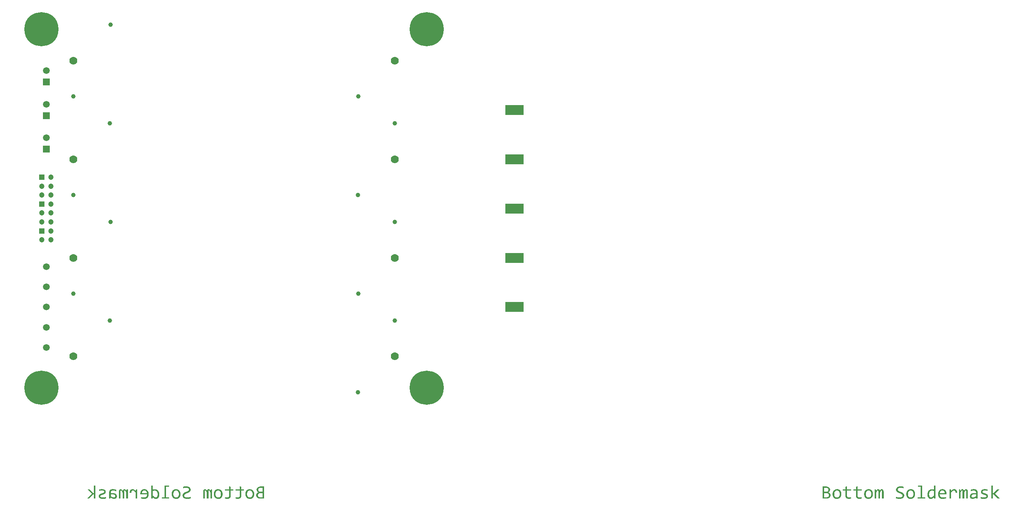
<source format=gbs>
G04*
G04 #@! TF.GenerationSoftware,Altium Limited,Altium Designer,20.0.13 (296)*
G04*
G04 Layer_Color=16711935*
%FSLAX25Y25*%
%MOIN*%
G70*
G01*
G75*
%ADD31C,0.05906*%
%ADD32R,0.05906X0.05906*%
%ADD33R,0.04724X0.04724*%
%ADD34C,0.04724*%
%ADD35C,0.07000*%
%ADD36C,0.03937*%
%ADD37C,0.30000*%
%ADD41R,0.16142X0.09055*%
G36*
X726192Y-244102D02*
X726411Y-244120D01*
X726520D01*
X726611Y-244138D01*
X726812Y-244156D01*
X727049Y-244193D01*
X727103D01*
X727176Y-244211D01*
X727249D01*
X727449Y-244247D01*
X727686Y-244284D01*
X727741D01*
X727814Y-244302D01*
X727887Y-244320D01*
X728087Y-244357D01*
X728288Y-244393D01*
Y-245705D01*
X728251D01*
X728178Y-245668D01*
X728051Y-245650D01*
X727887Y-245614D01*
X727704Y-245577D01*
X727486Y-245523D01*
X727012Y-245450D01*
X726994D01*
X726903Y-245432D01*
X726793Y-245413D01*
X726629Y-245395D01*
X726447Y-245377D01*
X726229Y-245359D01*
X725791Y-245340D01*
X725591D01*
X725372Y-245359D01*
X725099Y-245395D01*
X724789Y-245450D01*
X724480Y-245523D01*
X724206Y-245632D01*
X723951Y-245778D01*
X723933Y-245796D01*
X723860Y-245851D01*
X723769Y-245942D01*
X723660Y-246069D01*
X723550Y-246233D01*
X723459Y-246434D01*
X723386Y-246652D01*
X723368Y-246907D01*
Y-246926D01*
Y-246980D01*
X723386Y-247053D01*
X723405Y-247163D01*
X723478Y-247399D01*
X723532Y-247527D01*
X723605Y-247654D01*
X723623Y-247673D01*
X723641Y-247709D01*
X723696Y-247764D01*
X723769Y-247837D01*
X723969Y-248019D01*
X724225Y-248219D01*
X724243Y-248237D01*
X724297Y-248256D01*
X724370Y-248310D01*
X724498Y-248365D01*
X724625Y-248438D01*
X724771Y-248511D01*
X725136Y-248657D01*
X725154D01*
X725227Y-248693D01*
X725318Y-248729D01*
X725463Y-248784D01*
X725609Y-248839D01*
X725773Y-248912D01*
X726156Y-249076D01*
X726174D01*
X726247Y-249112D01*
X726356Y-249148D01*
X726484Y-249203D01*
X726648Y-249276D01*
X726812Y-249349D01*
X727194Y-249531D01*
X727213Y-249549D01*
X727285Y-249568D01*
X727377Y-249622D01*
X727504Y-249695D01*
X727796Y-249896D01*
X728087Y-250132D01*
X728105Y-250150D01*
X728160Y-250187D01*
X728233Y-250260D01*
X728324Y-250369D01*
X728415Y-250479D01*
X728524Y-250624D01*
X728725Y-250952D01*
X728743Y-250970D01*
X728761Y-251043D01*
X728798Y-251134D01*
X728852Y-251262D01*
X728907Y-251426D01*
X728943Y-251626D01*
X728962Y-251827D01*
X728980Y-252064D01*
Y-252100D01*
Y-252191D01*
X728962Y-252337D01*
X728943Y-252519D01*
X728907Y-252720D01*
X728834Y-252956D01*
X728761Y-253193D01*
X728652Y-253412D01*
X728634Y-253430D01*
X728597Y-253503D01*
X728524Y-253612D01*
X728433Y-253740D01*
X728306Y-253886D01*
X728160Y-254050D01*
X727978Y-254214D01*
X727777Y-254359D01*
X727759Y-254378D01*
X727686Y-254414D01*
X727559Y-254487D01*
X727413Y-254578D01*
X727213Y-254669D01*
X726994Y-254760D01*
X726739Y-254851D01*
X726447Y-254924D01*
X726411D01*
X726320Y-254961D01*
X726156Y-254979D01*
X725937Y-255015D01*
X725682Y-255052D01*
X725391Y-255070D01*
X725063Y-255106D01*
X724461D01*
X724316Y-255088D01*
X724188D01*
X723860Y-255070D01*
X723787D01*
X723714Y-255052D01*
X723605D01*
X723350Y-255015D01*
X723058Y-254979D01*
X722986D01*
X722913Y-254961D01*
X722822D01*
X722585Y-254924D01*
X722330Y-254888D01*
X722311D01*
X722275Y-254870D01*
X722202Y-254851D01*
X722129Y-254833D01*
X721929Y-254778D01*
X721710Y-254724D01*
Y-253321D01*
X721747Y-253339D01*
X721819Y-253357D01*
X721947Y-253394D01*
X722111Y-253448D01*
X722311Y-253521D01*
X722548Y-253576D01*
X722803Y-253631D01*
X723077Y-253685D01*
X723113D01*
X723204Y-253703D01*
X723368Y-253722D01*
X723587Y-253740D01*
X723842Y-253776D01*
X724133Y-253795D01*
X724461Y-253813D01*
X725081D01*
X725245Y-253795D01*
X725427D01*
X725627Y-253758D01*
X725828Y-253740D01*
X726028Y-253703D01*
X726047D01*
X726119Y-253685D01*
X726192Y-253649D01*
X726320Y-253631D01*
X726575Y-253521D01*
X726830Y-253394D01*
X726848Y-253376D01*
X726885Y-253357D01*
X726939Y-253303D01*
X727012Y-253248D01*
X727176Y-253084D01*
X727304Y-252865D01*
Y-252847D01*
X727322Y-252811D01*
X727358Y-252738D01*
X727377Y-252647D01*
X727413Y-252537D01*
X727431Y-252410D01*
X727449Y-252136D01*
Y-252118D01*
Y-252064D01*
X727431Y-251991D01*
X727413Y-251881D01*
X727340Y-251645D01*
X727285Y-251535D01*
X727194Y-251408D01*
X727176Y-251390D01*
X727158Y-251353D01*
X727103Y-251298D01*
X727030Y-251225D01*
X726939Y-251134D01*
X726830Y-251043D01*
X726557Y-250861D01*
X726538Y-250843D01*
X726484Y-250825D01*
X726411Y-250770D01*
X726302Y-250715D01*
X726174Y-250642D01*
X726028Y-250570D01*
X725664Y-250406D01*
X725646Y-250387D01*
X725573Y-250369D01*
X725482Y-250333D01*
X725336Y-250278D01*
X725190Y-250223D01*
X725008Y-250150D01*
X724625Y-250005D01*
X724607Y-249987D01*
X724534Y-249968D01*
X724443Y-249914D01*
X724316Y-249859D01*
X724152Y-249786D01*
X723988Y-249713D01*
X723605Y-249531D01*
X723587Y-249513D01*
X723514Y-249476D01*
X723423Y-249440D01*
X723295Y-249367D01*
X723168Y-249276D01*
X723004Y-249185D01*
X722694Y-248948D01*
X722676Y-248930D01*
X722639Y-248893D01*
X722567Y-248820D01*
X722475Y-248711D01*
X722384Y-248602D01*
X722275Y-248456D01*
X722075Y-248146D01*
X722056Y-248128D01*
X722038Y-248055D01*
X722002Y-247964D01*
X721965Y-247837D01*
X721910Y-247673D01*
X721874Y-247490D01*
X721856Y-247272D01*
X721838Y-247053D01*
Y-247035D01*
Y-246962D01*
X721856Y-246853D01*
X721874Y-246707D01*
X721892Y-246543D01*
X721929Y-246361D01*
X721983Y-246160D01*
X722056Y-245960D01*
X722075Y-245942D01*
X722093Y-245869D01*
X722166Y-245778D01*
X722238Y-245650D01*
X722330Y-245504D01*
X722457Y-245340D01*
X722603Y-245177D01*
X722767Y-245012D01*
X722785Y-244994D01*
X722858Y-244940D01*
X722967Y-244867D01*
X723113Y-244776D01*
X723277Y-244666D01*
X723496Y-244557D01*
X723733Y-244448D01*
X724006Y-244338D01*
X724042Y-244320D01*
X724152Y-244302D01*
X724297Y-244266D01*
X724516Y-244211D01*
X724789Y-244156D01*
X725099Y-244120D01*
X725445Y-244102D01*
X725828Y-244083D01*
X726010D01*
X726192Y-244102D01*
D02*
G37*
G36*
X756401Y-254961D02*
X755107D01*
X755053Y-253412D01*
Y-253430D01*
X755034Y-253448D01*
X754943Y-253558D01*
X754834Y-253703D01*
X754670Y-253904D01*
X754470Y-254104D01*
X754251Y-254323D01*
X754014Y-254523D01*
X753759Y-254706D01*
X753723Y-254724D01*
X753632Y-254760D01*
X753504Y-254833D01*
X753304Y-254906D01*
X753085Y-254979D01*
X752830Y-255052D01*
X752557Y-255088D01*
X752247Y-255106D01*
X752138D01*
X751992Y-255088D01*
X751828Y-255070D01*
X751646Y-255033D01*
X751427Y-254979D01*
X751227Y-254906D01*
X751008Y-254815D01*
X750990Y-254797D01*
X750917Y-254760D01*
X750826Y-254687D01*
X750698Y-254596D01*
X750552Y-254487D01*
X750407Y-254341D01*
X750261Y-254177D01*
X750115Y-253995D01*
X750097Y-253977D01*
X750061Y-253904D01*
X749988Y-253776D01*
X749915Y-253630D01*
X749824Y-253430D01*
X749732Y-253211D01*
X749641Y-252975D01*
X749569Y-252701D01*
Y-252665D01*
X749550Y-252574D01*
X749514Y-252410D01*
X749496Y-252209D01*
X749459Y-251954D01*
X749423Y-251663D01*
X749404Y-251353D01*
Y-251025D01*
Y-251007D01*
Y-250970D01*
Y-250916D01*
Y-250843D01*
X749423Y-250661D01*
X749441Y-250406D01*
X749477Y-250114D01*
X749514Y-249804D01*
X749587Y-249476D01*
X749678Y-249167D01*
Y-249148D01*
X749696Y-249130D01*
X749732Y-249021D01*
X749805Y-248875D01*
X749896Y-248693D01*
X750006Y-248474D01*
X750152Y-248237D01*
X750316Y-248001D01*
X750498Y-247782D01*
X750516Y-247764D01*
X750589Y-247691D01*
X750698Y-247582D01*
X750862Y-247454D01*
X751044Y-247326D01*
X751263Y-247181D01*
X751500Y-247053D01*
X751773Y-246926D01*
X751810Y-246907D01*
X751901Y-246871D01*
X752065Y-246834D01*
X752265Y-246780D01*
X752502Y-246725D01*
X752794Y-246671D01*
X753103Y-246652D01*
X753431Y-246634D01*
X753668D01*
X753923Y-246652D01*
X754196Y-246689D01*
X754215D01*
X754269Y-246707D01*
X754342D01*
X754433Y-246725D01*
X754688Y-246780D01*
X754962Y-246853D01*
Y-243373D01*
X756401D01*
Y-254961D01*
D02*
G37*
G36*
X800147Y-246598D02*
X800329D01*
X800749Y-246634D01*
X800767D01*
X800858Y-246652D01*
X800967D01*
X801131Y-246671D01*
X801313Y-246707D01*
X801514Y-246725D01*
X801751Y-246780D01*
X801987Y-246816D01*
Y-248092D01*
X801951D01*
X801878Y-248055D01*
X801751Y-248037D01*
X801568Y-248001D01*
X801386Y-247964D01*
X801168Y-247928D01*
X800712Y-247855D01*
X800694D01*
X800603Y-247837D01*
X800493Y-247818D01*
X800348Y-247800D01*
X800184D01*
X800020Y-247782D01*
X799655Y-247764D01*
X799473D01*
X799346Y-247782D01*
X799054Y-247800D01*
X798763Y-247855D01*
X798744D01*
X798708Y-247873D01*
X798635Y-247891D01*
X798544Y-247909D01*
X798362Y-248001D01*
X798161Y-248092D01*
X798125Y-248110D01*
X798034Y-248183D01*
X797943Y-248292D01*
X797852Y-248420D01*
X797833Y-248456D01*
X797815Y-248547D01*
X797779Y-248675D01*
X797760Y-248839D01*
Y-248857D01*
Y-248875D01*
X797779Y-248966D01*
X797797Y-249094D01*
X797833Y-249239D01*
X797852Y-249276D01*
X797906Y-249349D01*
X798015Y-249458D01*
X798161Y-249586D01*
X798179D01*
X798198Y-249622D01*
X798252Y-249640D01*
X798325Y-249695D01*
X798435Y-249750D01*
X798544Y-249804D01*
X798671Y-249859D01*
X798817Y-249932D01*
X798835D01*
X798890Y-249968D01*
X798981Y-249987D01*
X799109Y-250041D01*
X799273Y-250096D01*
X799455Y-250150D01*
X799655Y-250205D01*
X799892Y-250278D01*
X799929Y-250296D01*
X800020Y-250314D01*
X800147Y-250351D01*
X800329Y-250424D01*
X800530Y-250479D01*
X800730Y-250570D01*
X800931Y-250642D01*
X801131Y-250734D01*
X801149Y-250752D01*
X801222Y-250770D01*
X801295Y-250825D01*
X801423Y-250879D01*
X801678Y-251062D01*
X801933Y-251262D01*
X801951Y-251280D01*
X801987Y-251317D01*
X802042Y-251371D01*
X802115Y-251444D01*
X802261Y-251645D01*
X802334Y-251772D01*
X802388Y-251900D01*
Y-251918D01*
X802407Y-251954D01*
X802443Y-252045D01*
X802461Y-252136D01*
X802498Y-252264D01*
X802516Y-252392D01*
X802534Y-252719D01*
Y-252738D01*
Y-252792D01*
Y-252884D01*
X802516Y-252975D01*
X802461Y-253230D01*
X802370Y-253503D01*
Y-253521D01*
X802352Y-253558D01*
X802315Y-253630D01*
X802261Y-253703D01*
X802133Y-253904D01*
X801969Y-254122D01*
X801951Y-254141D01*
X801933Y-254159D01*
X801878Y-254214D01*
X801805Y-254268D01*
X801605Y-254414D01*
X801368Y-254578D01*
X801350D01*
X801313Y-254614D01*
X801240Y-254633D01*
X801149Y-254687D01*
X800931Y-254778D01*
X800657Y-254870D01*
X800639D01*
X800603Y-254888D01*
X800512Y-254906D01*
X800420Y-254924D01*
X800311Y-254961D01*
X800165Y-254979D01*
X799874Y-255033D01*
X799856D01*
X799801Y-255052D01*
X799728D01*
X799619Y-255070D01*
X799382Y-255088D01*
X799090Y-255106D01*
X798781D01*
X798580Y-255088D01*
X798344D01*
X798088Y-255070D01*
X797542Y-255033D01*
X797505D01*
X797432Y-255015D01*
X797287Y-254997D01*
X797123Y-254979D01*
X796904Y-254942D01*
X796685Y-254906D01*
X796194Y-254797D01*
Y-253485D01*
X796230D01*
X796321Y-253521D01*
X796449Y-253558D01*
X796631Y-253612D01*
X796849Y-253667D01*
X797086Y-253722D01*
X797615Y-253813D01*
X797651D01*
X797742Y-253831D01*
X797870Y-253849D01*
X798052D01*
X798271Y-253867D01*
X798507Y-253886D01*
X799036Y-253904D01*
X799200D01*
X799382Y-253886D01*
X799601Y-253867D01*
X799856Y-253831D01*
X800111Y-253795D01*
X800348Y-253722D01*
X800548Y-253630D01*
X800566Y-253612D01*
X800621Y-253576D01*
X800712Y-253521D01*
X800803Y-253430D01*
X800894Y-253321D01*
X800985Y-253175D01*
X801040Y-253011D01*
X801058Y-252829D01*
Y-252811D01*
Y-252792D01*
X801040Y-252701D01*
X801022Y-252574D01*
X800967Y-252446D01*
X800949Y-252410D01*
X800912Y-252337D01*
X800821Y-252228D01*
X800676Y-252100D01*
X800639Y-252064D01*
X800585Y-252045D01*
X800530Y-251991D01*
X800439Y-251954D01*
X800329Y-251900D01*
X800184Y-251827D01*
X800038Y-251772D01*
X800020D01*
X799965Y-251736D01*
X799874Y-251699D01*
X799728Y-251645D01*
X799564Y-251590D01*
X799364Y-251517D01*
X799145Y-251444D01*
X798872Y-251371D01*
X798854D01*
X798781Y-251335D01*
X798671Y-251317D01*
X798544Y-251262D01*
X798380Y-251207D01*
X798216Y-251153D01*
X797852Y-251007D01*
X797833Y-250989D01*
X797779Y-250970D01*
X797687Y-250916D01*
X797578Y-250861D01*
X797305Y-250715D01*
X797032Y-250515D01*
X797013Y-250497D01*
X796977Y-250460D01*
X796904Y-250406D01*
X796831Y-250314D01*
X796649Y-250114D01*
X796485Y-249841D01*
Y-249823D01*
X796449Y-249768D01*
X796430Y-249695D01*
X796394Y-249586D01*
X796357Y-249458D01*
X796339Y-249294D01*
X796303Y-249112D01*
Y-248930D01*
Y-248912D01*
Y-248875D01*
Y-248802D01*
X796321Y-248711D01*
X796339Y-248602D01*
X796357Y-248474D01*
X796449Y-248183D01*
Y-248165D01*
X796485Y-248110D01*
X796522Y-248037D01*
X796576Y-247928D01*
X796649Y-247818D01*
X796740Y-247691D01*
X796868Y-247545D01*
X796995Y-247417D01*
X797013Y-247399D01*
X797068Y-247363D01*
X797159Y-247290D01*
X797268Y-247199D01*
X797414Y-247108D01*
X797596Y-247017D01*
X797797Y-246907D01*
X798034Y-246816D01*
X798070Y-246798D01*
X798161Y-246780D01*
X798289Y-246743D01*
X798489Y-246689D01*
X798726Y-246652D01*
X798999Y-246616D01*
X799327Y-246598D01*
X799674Y-246579D01*
X800002D01*
X800147Y-246598D01*
D02*
G37*
G36*
X773054D02*
X773145D01*
X773273Y-246616D01*
X773564Y-246689D01*
X773874Y-246780D01*
X774184Y-246926D01*
X774494Y-247144D01*
X774639Y-247272D01*
X774767Y-247417D01*
X774803Y-247454D01*
X774821Y-247509D01*
X774876Y-247563D01*
X774913Y-247654D01*
X774967Y-247764D01*
X775040Y-247891D01*
X775095Y-248037D01*
X775149Y-248201D01*
X775204Y-248365D01*
X775259Y-248565D01*
X775313Y-248784D01*
X775350Y-249039D01*
X775368Y-249294D01*
X775386Y-249568D01*
Y-249859D01*
X773947D01*
Y-249841D01*
Y-249804D01*
Y-249750D01*
Y-249677D01*
X773929Y-249495D01*
X773910Y-249276D01*
X773874Y-249021D01*
X773819Y-248766D01*
X773728Y-248511D01*
X773619Y-248310D01*
X773601Y-248292D01*
X773564Y-248237D01*
X773473Y-248146D01*
X773364Y-248055D01*
X773218Y-247982D01*
X773054Y-247891D01*
X772854Y-247837D01*
X772617Y-247818D01*
X772507D01*
X772453Y-247837D01*
X772271Y-247855D01*
X772052Y-247928D01*
X772034D01*
X771997Y-247946D01*
X771943Y-247964D01*
X771870Y-248001D01*
X771669Y-248110D01*
X771451Y-248256D01*
X771432Y-248274D01*
X771396Y-248292D01*
X771341Y-248347D01*
X771250Y-248401D01*
X771050Y-248602D01*
X770795Y-248839D01*
X770777Y-248857D01*
X770740Y-248893D01*
X770667Y-248966D01*
X770576Y-249076D01*
X770467Y-249203D01*
X770339Y-249331D01*
X770212Y-249495D01*
X770066Y-249677D01*
Y-254961D01*
X768627D01*
Y-246725D01*
X769920D01*
X769957Y-248256D01*
Y-248237D01*
X769993Y-248219D01*
X770084Y-248110D01*
X770230Y-247964D01*
X770412Y-247764D01*
X770631Y-247563D01*
X770868Y-247345D01*
X771123Y-247144D01*
X771396Y-246980D01*
X771432Y-246962D01*
X771524Y-246926D01*
X771651Y-246853D01*
X771852Y-246780D01*
X772052Y-246707D01*
X772307Y-246634D01*
X772562Y-246598D01*
X772835Y-246579D01*
X772963D01*
X773054Y-246598D01*
D02*
G37*
G36*
X783403D02*
X783494Y-246616D01*
X783622Y-246652D01*
X783749Y-246707D01*
X783895Y-246780D01*
X784041Y-246871D01*
X784187Y-246999D01*
X784332Y-247162D01*
X784460Y-247363D01*
X784587Y-247582D01*
X784678Y-247855D01*
X784751Y-248183D01*
X784806Y-248547D01*
X784824Y-248966D01*
Y-254961D01*
X783403D01*
Y-249057D01*
Y-249039D01*
Y-248985D01*
Y-248930D01*
Y-248839D01*
X783385Y-248638D01*
X783367Y-248438D01*
Y-248420D01*
Y-248401D01*
X783348Y-248292D01*
X783330Y-248165D01*
X783276Y-248037D01*
X783257Y-248019D01*
X783239Y-247964D01*
X783184Y-247891D01*
X783130Y-247837D01*
X783111Y-247818D01*
X783075Y-247800D01*
X783002Y-247782D01*
X782911Y-247764D01*
X782893D01*
X782820Y-247782D01*
X782729Y-247800D01*
X782620Y-247873D01*
X782601Y-247891D01*
X782547Y-247946D01*
X782456Y-248055D01*
X782346Y-248201D01*
Y-248219D01*
X782328Y-248237D01*
X782292Y-248292D01*
X782255Y-248347D01*
X782146Y-248547D01*
X782018Y-248784D01*
Y-248802D01*
X781982Y-248857D01*
X781945Y-248930D01*
X781891Y-249039D01*
X781836Y-249167D01*
X781763Y-249312D01*
X781690Y-249495D01*
X781599Y-249677D01*
Y-254961D01*
X780178D01*
Y-249203D01*
Y-249185D01*
Y-249130D01*
Y-249057D01*
Y-248948D01*
X780160Y-248711D01*
X780142Y-248493D01*
Y-248474D01*
Y-248438D01*
X780123Y-248328D01*
X780105Y-248183D01*
X780051Y-248055D01*
X780032Y-248037D01*
X780014Y-247964D01*
X779959Y-247891D01*
X779905Y-247837D01*
X779887Y-247818D01*
X779850Y-247800D01*
X779777Y-247782D01*
X779686Y-247764D01*
X779668D01*
X779595Y-247782D01*
X779504Y-247800D01*
X779413Y-247855D01*
X779395Y-247873D01*
X779340Y-247928D01*
X779249Y-248019D01*
X779140Y-248165D01*
X779121Y-248201D01*
X779048Y-248310D01*
X778939Y-248493D01*
X778812Y-248729D01*
Y-248748D01*
X778775Y-248802D01*
X778739Y-248875D01*
X778684Y-248985D01*
X778629Y-249112D01*
X778556Y-249276D01*
X778465Y-249476D01*
X778374Y-249677D01*
Y-254961D01*
X776953D01*
Y-246725D01*
X778119D01*
X778192Y-248292D01*
X778210Y-248274D01*
X778229Y-248219D01*
X778265Y-248128D01*
X778320Y-248019D01*
X778465Y-247764D01*
X778611Y-247509D01*
X778629Y-247490D01*
X778648Y-247454D01*
X778684Y-247399D01*
X778739Y-247326D01*
X778866Y-247144D01*
X779030Y-246980D01*
X779048Y-246962D01*
X779067Y-246944D01*
X779176Y-246871D01*
X779322Y-246780D01*
X779486Y-246689D01*
X779504D01*
X779522Y-246671D01*
X779650Y-246634D01*
X779814Y-246598D01*
X780014Y-246579D01*
X780123D01*
X780251Y-246598D01*
X780397Y-246634D01*
X780561Y-246689D01*
X780725Y-246762D01*
X780889Y-246871D01*
X781035Y-247017D01*
X781053Y-247035D01*
X781089Y-247090D01*
X781144Y-247199D01*
X781217Y-247345D01*
X781271Y-247545D01*
X781326Y-247764D01*
X781362Y-248037D01*
X781381Y-248365D01*
X781399Y-248347D01*
X781417Y-248292D01*
X781454Y-248219D01*
X781508Y-248110D01*
X781636Y-247873D01*
X781763Y-247618D01*
Y-247600D01*
X781800Y-247563D01*
X781836Y-247490D01*
X781891Y-247417D01*
X782018Y-247235D01*
X782164Y-247053D01*
X782182Y-247035D01*
X782200Y-247017D01*
X782310Y-246926D01*
X782456Y-246816D01*
X782638Y-246707D01*
X782656D01*
X782692Y-246689D01*
X782747Y-246671D01*
X782820Y-246634D01*
X783020Y-246598D01*
X783257Y-246579D01*
X783330D01*
X783403Y-246598D01*
D02*
G37*
G36*
X709503Y-246598D02*
X709594Y-246616D01*
X709721Y-246652D01*
X709849Y-246707D01*
X709995Y-246780D01*
X710140Y-246871D01*
X710286Y-246999D01*
X710432Y-247163D01*
X710560Y-247363D01*
X710687Y-247582D01*
X710778Y-247855D01*
X710851Y-248183D01*
X710906Y-248547D01*
X710924Y-248966D01*
Y-254961D01*
X709503D01*
Y-249057D01*
Y-249039D01*
Y-248985D01*
Y-248930D01*
Y-248839D01*
X709484Y-248638D01*
X709466Y-248438D01*
Y-248420D01*
Y-248401D01*
X709448Y-248292D01*
X709430Y-248165D01*
X709375Y-248037D01*
X709357Y-248019D01*
X709339Y-247964D01*
X709284Y-247891D01*
X709229Y-247837D01*
X709211Y-247818D01*
X709175Y-247800D01*
X709102Y-247782D01*
X709011Y-247764D01*
X708993D01*
X708920Y-247782D01*
X708829Y-247800D01*
X708719Y-247873D01*
X708701Y-247891D01*
X708646Y-247946D01*
X708555Y-248055D01*
X708446Y-248201D01*
Y-248219D01*
X708428Y-248237D01*
X708391Y-248292D01*
X708355Y-248347D01*
X708246Y-248547D01*
X708118Y-248784D01*
Y-248802D01*
X708082Y-248857D01*
X708045Y-248930D01*
X707991Y-249039D01*
X707936Y-249167D01*
X707863Y-249312D01*
X707790Y-249495D01*
X707699Y-249677D01*
Y-254961D01*
X706278D01*
Y-249203D01*
Y-249185D01*
Y-249130D01*
Y-249057D01*
Y-248948D01*
X706260Y-248711D01*
X706241Y-248493D01*
Y-248474D01*
Y-248438D01*
X706223Y-248328D01*
X706205Y-248183D01*
X706150Y-248055D01*
X706132Y-248037D01*
X706114Y-247964D01*
X706059Y-247891D01*
X706004Y-247837D01*
X705986Y-247818D01*
X705950Y-247800D01*
X705877Y-247782D01*
X705786Y-247764D01*
X705768D01*
X705695Y-247782D01*
X705604Y-247800D01*
X705513Y-247855D01*
X705494Y-247873D01*
X705440Y-247928D01*
X705349Y-248019D01*
X705239Y-248165D01*
X705221Y-248201D01*
X705148Y-248310D01*
X705039Y-248493D01*
X704911Y-248729D01*
Y-248748D01*
X704875Y-248802D01*
X704838Y-248875D01*
X704784Y-248985D01*
X704729Y-249112D01*
X704656Y-249276D01*
X704565Y-249476D01*
X704474Y-249677D01*
Y-254961D01*
X703053D01*
Y-246725D01*
X704219D01*
X704292Y-248292D01*
X704310Y-248274D01*
X704328Y-248219D01*
X704365Y-248128D01*
X704419Y-248019D01*
X704565Y-247764D01*
X704711Y-247509D01*
X704729Y-247490D01*
X704747Y-247454D01*
X704784Y-247399D01*
X704838Y-247326D01*
X704966Y-247144D01*
X705130Y-246980D01*
X705148Y-246962D01*
X705166Y-246944D01*
X705276Y-246871D01*
X705421Y-246780D01*
X705585Y-246689D01*
X705604D01*
X705622Y-246671D01*
X705749Y-246634D01*
X705913Y-246598D01*
X706114Y-246579D01*
X706223D01*
X706351Y-246598D01*
X706496Y-246634D01*
X706660Y-246689D01*
X706824Y-246762D01*
X706988Y-246871D01*
X707134Y-247017D01*
X707152Y-247035D01*
X707189Y-247090D01*
X707243Y-247199D01*
X707316Y-247345D01*
X707371Y-247545D01*
X707426Y-247764D01*
X707462Y-248037D01*
X707480Y-248365D01*
X707499Y-248347D01*
X707517Y-248292D01*
X707553Y-248219D01*
X707608Y-248110D01*
X707735Y-247873D01*
X707863Y-247618D01*
Y-247600D01*
X707899Y-247563D01*
X707936Y-247490D01*
X707991Y-247417D01*
X708118Y-247235D01*
X708264Y-247053D01*
X708282Y-247035D01*
X708300Y-247017D01*
X708410Y-246926D01*
X708555Y-246816D01*
X708738Y-246707D01*
X708756D01*
X708792Y-246689D01*
X708847Y-246671D01*
X708920Y-246634D01*
X709120Y-246598D01*
X709357Y-246579D01*
X709430D01*
X709503Y-246598D01*
D02*
G37*
G36*
X806852Y-250497D02*
X810551Y-246725D01*
X812446D01*
X808583Y-250533D01*
X812664Y-254961D01*
X810697D01*
X806852Y-250551D01*
Y-254961D01*
X805431D01*
Y-243373D01*
X806852D01*
Y-250497D01*
D02*
G37*
G36*
X790582Y-246598D02*
X790782Y-246616D01*
X791019Y-246652D01*
X791474Y-246743D01*
X791493D01*
X791584Y-246780D01*
X791693Y-246816D01*
X791821Y-246871D01*
X791985Y-246944D01*
X792149Y-247035D01*
X792313Y-247126D01*
X792477Y-247253D01*
X792495Y-247272D01*
X792550Y-247308D01*
X792622Y-247381D01*
X792713Y-247472D01*
X792823Y-247600D01*
X792932Y-247745D01*
X793023Y-247909D01*
X793114Y-248092D01*
X793132Y-248110D01*
X793151Y-248183D01*
X793187Y-248292D01*
X793242Y-248438D01*
X793278Y-248602D01*
X793315Y-248820D01*
X793333Y-249039D01*
X793351Y-249294D01*
Y-254961D01*
X792058D01*
X792021Y-253867D01*
X791985Y-253904D01*
X791912Y-253977D01*
X791766Y-254086D01*
X791602Y-254232D01*
X791383Y-254378D01*
X791165Y-254542D01*
X790910Y-254687D01*
X790655Y-254815D01*
X790618Y-254833D01*
X790527Y-254851D01*
X790400Y-254906D01*
X790217Y-254961D01*
X789999Y-255015D01*
X789744Y-255052D01*
X789489Y-255088D01*
X789197Y-255106D01*
X789088D01*
X788960Y-255088D01*
X788796D01*
X788596Y-255070D01*
X788395Y-255033D01*
X787994Y-254942D01*
X787976D01*
X787922Y-254906D01*
X787830Y-254870D01*
X787703Y-254815D01*
X787448Y-254651D01*
X787175Y-254450D01*
X787156Y-254432D01*
X787120Y-254396D01*
X787065Y-254323D01*
X786992Y-254232D01*
X786919Y-254122D01*
X786828Y-253995D01*
X786701Y-253703D01*
Y-253685D01*
X786683Y-253630D01*
X786664Y-253539D01*
X786628Y-253430D01*
X786610Y-253284D01*
X786573Y-253120D01*
X786555Y-252774D01*
Y-252756D01*
Y-252719D01*
Y-252647D01*
X786573Y-252574D01*
X786592Y-252465D01*
X786610Y-252337D01*
X786664Y-252064D01*
X786774Y-251754D01*
X786938Y-251426D01*
X787047Y-251262D01*
X787175Y-251116D01*
X787302Y-250970D01*
X787466Y-250825D01*
X787484D01*
X787502Y-250788D01*
X787557Y-250752D01*
X787648Y-250715D01*
X787739Y-250661D01*
X787849Y-250606D01*
X787994Y-250533D01*
X788159Y-250460D01*
X788341Y-250406D01*
X788541Y-250333D01*
X788760Y-250278D01*
X789015Y-250223D01*
X789270Y-250187D01*
X789561Y-250150D01*
X789871Y-250114D01*
X791912D01*
Y-249404D01*
Y-249367D01*
Y-249276D01*
X791894Y-249148D01*
X791857Y-248985D01*
X791803Y-248802D01*
X791711Y-248602D01*
X791602Y-248420D01*
X791438Y-248237D01*
X791420Y-248219D01*
X791347Y-248165D01*
X791238Y-248092D01*
X791092Y-248019D01*
X790892Y-247946D01*
X790636Y-247873D01*
X790345Y-247818D01*
X790017Y-247800D01*
X789762D01*
X789580Y-247818D01*
X789361Y-247837D01*
X789142Y-247873D01*
X788632Y-247964D01*
X788596D01*
X788523Y-248001D01*
X788377Y-248037D01*
X788213Y-248074D01*
X787994Y-248146D01*
X787758Y-248219D01*
X787502Y-248310D01*
X787248Y-248401D01*
Y-247108D01*
X787266D01*
X787302Y-247090D01*
X787339Y-247071D01*
X787411Y-247053D01*
X787594Y-246999D01*
X787830Y-246926D01*
X787849D01*
X787885Y-246907D01*
X787958Y-246889D01*
X788049Y-246871D01*
X788286Y-246816D01*
X788541Y-246762D01*
X788559D01*
X788614Y-246743D01*
X788687Y-246725D01*
X788778Y-246707D01*
X788887Y-246689D01*
X789015Y-246671D01*
X789306Y-246634D01*
X789325D01*
X789379Y-246616D01*
X789452D01*
X789561Y-246598D01*
X789689D01*
X789817Y-246579D01*
X790400D01*
X790582Y-246598D01*
D02*
G37*
G36*
X744813Y-253776D02*
X747273D01*
Y-254961D01*
X740677Y-254961D01*
Y-253776D01*
X743374Y-253776D01*
Y-244539D01*
X740950Y-244539D01*
Y-243373D01*
X744813Y-243373D01*
Y-253776D01*
D02*
G37*
G36*
X660782Y-244266D02*
X661001Y-244284D01*
X661274Y-244320D01*
X661566Y-244393D01*
X661894Y-244466D01*
X662222Y-244575D01*
X662550Y-244703D01*
X662878Y-244885D01*
X663169Y-245085D01*
X663443Y-245340D01*
X663661Y-245650D01*
X663843Y-245996D01*
X663953Y-246397D01*
X663971Y-246616D01*
X663989Y-246853D01*
Y-246871D01*
Y-246889D01*
Y-246999D01*
X663971Y-247163D01*
X663935Y-247363D01*
X663880Y-247600D01*
X663807Y-247855D01*
X663716Y-248110D01*
X663570Y-248347D01*
X663552Y-248365D01*
X663497Y-248456D01*
X663388Y-248565D01*
X663260Y-248693D01*
X663078Y-248839D01*
X662841Y-249003D01*
X662568Y-249149D01*
X662240Y-249276D01*
X662258D01*
X662313Y-249294D01*
X662404Y-249312D01*
X662513Y-249331D01*
X662768Y-249422D01*
X663060Y-249549D01*
X663078D01*
X663133Y-249586D01*
X663206Y-249622D01*
X663297Y-249695D01*
X663515Y-249841D01*
X663734Y-250060D01*
X663752Y-250078D01*
X663789Y-250114D01*
X663843Y-250187D01*
X663898Y-250260D01*
X663971Y-250369D01*
X664044Y-250497D01*
X664190Y-250806D01*
Y-250825D01*
X664226Y-250879D01*
X664244Y-250970D01*
X664281Y-251080D01*
X664317Y-251225D01*
X664335Y-251390D01*
X664372Y-251754D01*
Y-251790D01*
Y-251881D01*
X664354Y-252027D01*
X664335Y-252228D01*
X664299Y-252428D01*
X664244Y-252665D01*
X664171Y-252902D01*
X664062Y-253139D01*
X664044Y-253157D01*
X664007Y-253230D01*
X663935Y-253339D01*
X663843Y-253485D01*
X663734Y-253631D01*
X663588Y-253813D01*
X663424Y-253977D01*
X663224Y-254141D01*
X663206Y-254159D01*
X663133Y-254214D01*
X663005Y-254287D01*
X662859Y-254359D01*
X662659Y-254469D01*
X662440Y-254578D01*
X662185Y-254669D01*
X661894Y-254760D01*
X661857D01*
X661766Y-254797D01*
X661602Y-254815D01*
X661402Y-254851D01*
X661147Y-254888D01*
X660855Y-254924D01*
X660527Y-254942D01*
X660181Y-254961D01*
X657430D01*
Y-244247D01*
X660600D01*
X660782Y-244266D01*
D02*
G37*
G36*
X688076Y-246725D02*
X691793D01*
Y-247928D01*
X688076D01*
Y-252118D01*
Y-252136D01*
Y-252155D01*
Y-252264D01*
X688094Y-252410D01*
X688131Y-252610D01*
X688185Y-252829D01*
X688276Y-253047D01*
X688386Y-253248D01*
X688550Y-253430D01*
X688568Y-253448D01*
X688641Y-253503D01*
X688750Y-253576D01*
X688896Y-253649D01*
X689096Y-253722D01*
X689333Y-253795D01*
X689607Y-253849D01*
X689934Y-253867D01*
X690190D01*
X690317Y-253849D01*
X690481D01*
X690809Y-253813D01*
X690827D01*
X690900Y-253795D01*
X690991D01*
X691119Y-253758D01*
X691264Y-253740D01*
X691429Y-253703D01*
X691793Y-253612D01*
Y-254851D01*
X691775D01*
X691702Y-254870D01*
X691611Y-254888D01*
X691483Y-254906D01*
X691319Y-254942D01*
X691155Y-254961D01*
X690773Y-255015D01*
X690682D01*
X690590Y-255033D01*
X690445D01*
X690299Y-255052D01*
X690117D01*
X689734Y-255070D01*
X689588D01*
X689479Y-255052D01*
X689351D01*
X689206Y-255033D01*
X688860Y-254979D01*
X688495Y-254906D01*
X688112Y-254778D01*
X687748Y-254614D01*
X687566Y-254505D01*
X687420Y-254378D01*
X687384Y-254341D01*
X687293Y-254250D01*
X687183Y-254086D01*
X687038Y-253849D01*
X686892Y-253539D01*
X686782Y-253175D01*
X686691Y-252738D01*
X686655Y-252228D01*
Y-247928D01*
X684359Y-247928D01*
Y-246725D01*
X686655Y-246725D01*
Y-244466D01*
X688076Y-244083D01*
Y-246725D01*
D02*
G37*
G36*
X678838Y-246725D02*
X682555D01*
Y-247928D01*
X678838D01*
Y-252118D01*
Y-252136D01*
Y-252155D01*
Y-252264D01*
X678857Y-252410D01*
X678893Y-252610D01*
X678948Y-252829D01*
X679039Y-253047D01*
X679148Y-253248D01*
X679312Y-253430D01*
X679330Y-253448D01*
X679403Y-253503D01*
X679513Y-253576D01*
X679658Y-253649D01*
X679859Y-253722D01*
X680096Y-253795D01*
X680369Y-253849D01*
X680697Y-253867D01*
X680952D01*
X681079Y-253849D01*
X681244D01*
X681571Y-253813D01*
X681590D01*
X681663Y-253795D01*
X681754D01*
X681881Y-253758D01*
X682027Y-253740D01*
X682191Y-253703D01*
X682555Y-253612D01*
Y-254851D01*
X682537D01*
X682464Y-254870D01*
X682373Y-254888D01*
X682246Y-254906D01*
X682082Y-254942D01*
X681918Y-254961D01*
X681535Y-255015D01*
X681444D01*
X681353Y-255033D01*
X681207D01*
X681061Y-255052D01*
X680879D01*
X680497Y-255070D01*
X680351D01*
X680241Y-255052D01*
X680114D01*
X679968Y-255033D01*
X679622Y-254979D01*
X679257Y-254906D01*
X678875Y-254778D01*
X678511Y-254614D01*
X678328Y-254505D01*
X678183Y-254378D01*
X678146Y-254341D01*
X678055Y-254250D01*
X677946Y-254086D01*
X677800Y-253849D01*
X677654Y-253539D01*
X677545Y-253175D01*
X677454Y-252738D01*
X677417Y-252228D01*
Y-247928D01*
X675122D01*
Y-246725D01*
X677417D01*
Y-244466D01*
X678838Y-244083D01*
Y-246725D01*
D02*
G37*
G36*
X762760Y-246598D02*
X762960Y-246616D01*
X763197Y-246652D01*
X763452Y-246689D01*
X763707Y-246762D01*
X763962Y-246853D01*
X763999Y-246871D01*
X764072Y-246907D01*
X764199Y-246962D01*
X764363Y-247053D01*
X764527Y-247162D01*
X764727Y-247290D01*
X764910Y-247454D01*
X765092Y-247636D01*
X765110Y-247654D01*
X765165Y-247727D01*
X765256Y-247837D01*
X765347Y-247964D01*
X765456Y-248146D01*
X765584Y-248347D01*
X765693Y-248584D01*
X765784Y-248839D01*
X765802Y-248875D01*
X765821Y-248966D01*
X765857Y-249112D01*
X765912Y-249294D01*
X765948Y-249531D01*
X765985Y-249786D01*
X766003Y-250078D01*
X766021Y-250406D01*
Y-250424D01*
Y-250460D01*
Y-250515D01*
Y-250588D01*
Y-250752D01*
X766003Y-250934D01*
Y-250970D01*
Y-251062D01*
Y-251171D01*
X765985Y-251298D01*
X760209D01*
Y-251317D01*
Y-251353D01*
Y-251426D01*
X760227Y-251499D01*
Y-251608D01*
X760245Y-251736D01*
X760300Y-252027D01*
X760373Y-252337D01*
X760500Y-252665D01*
X760665Y-252975D01*
X760901Y-253248D01*
X760938Y-253284D01*
X761029Y-253357D01*
X761193Y-253467D01*
X761430Y-253576D01*
X761721Y-253703D01*
X762067Y-253813D01*
X762468Y-253886D01*
X762942Y-253922D01*
X763398D01*
X763653Y-253904D01*
X763707D01*
X763780Y-253886D01*
X763871D01*
X764108Y-253849D01*
X764345Y-253831D01*
X764363D01*
X764400Y-253813D01*
X764472D01*
X764564Y-253795D01*
X764764Y-253758D01*
X765001Y-253722D01*
X765019D01*
X765056Y-253703D01*
X765110Y-253685D01*
X765183Y-253667D01*
X765383Y-253630D01*
X765584Y-253576D01*
Y-254742D01*
X765566D01*
X765475Y-254760D01*
X765365Y-254797D01*
X765201Y-254833D01*
X765001Y-254870D01*
X764782Y-254924D01*
X764527Y-254961D01*
X764254Y-254997D01*
X764217D01*
X764126Y-255015D01*
X763980Y-255033D01*
X763798Y-255052D01*
X763561Y-255070D01*
X763306Y-255088D01*
X763033Y-255106D01*
X762559D01*
X762359Y-255088D01*
X762122Y-255070D01*
X761831Y-255033D01*
X761521Y-254997D01*
X761211Y-254924D01*
X760920Y-254833D01*
X760883Y-254815D01*
X760792Y-254778D01*
X760646Y-254706D01*
X760482Y-254614D01*
X760282Y-254505D01*
X760063Y-254359D01*
X759863Y-254195D01*
X759662Y-253995D01*
X759644Y-253977D01*
X759589Y-253904D01*
X759498Y-253776D01*
X759389Y-253630D01*
X759262Y-253430D01*
X759152Y-253211D01*
X759025Y-252938D01*
X758934Y-252665D01*
Y-252647D01*
Y-252628D01*
X758897Y-252519D01*
X758861Y-252355D01*
X758824Y-252136D01*
X758788Y-251863D01*
X758751Y-251572D01*
X758733Y-251225D01*
X758715Y-250861D01*
Y-250843D01*
Y-250825D01*
Y-250715D01*
X758733Y-250551D01*
X758751Y-250333D01*
X758770Y-250096D01*
X758824Y-249823D01*
X758879Y-249531D01*
X758952Y-249239D01*
Y-249221D01*
X758970Y-249203D01*
X759007Y-249112D01*
X759061Y-248966D01*
X759134Y-248766D01*
X759243Y-248565D01*
X759371Y-248328D01*
X759517Y-248092D01*
X759681Y-247873D01*
X759699Y-247855D01*
X759772Y-247782D01*
X759881Y-247673D01*
X760009Y-247527D01*
X760191Y-247381D01*
X760391Y-247217D01*
X760610Y-247071D01*
X760865Y-246926D01*
X760901Y-246907D01*
X760992Y-246871D01*
X761138Y-246816D01*
X761320Y-246743D01*
X761557Y-246689D01*
X761831Y-246634D01*
X762122Y-246598D01*
X762450Y-246579D01*
X762596D01*
X762760Y-246598D01*
D02*
G37*
G36*
X735047Y-246598D02*
X735248Y-246616D01*
X735503Y-246652D01*
X735758Y-246707D01*
X736031Y-246780D01*
X736304Y-246871D01*
X736341Y-246889D01*
X736432Y-246926D01*
X736559Y-246980D01*
X736723Y-247071D01*
X736906Y-247181D01*
X737106Y-247326D01*
X737306Y-247490D01*
X737489Y-247673D01*
X737507Y-247691D01*
X737562Y-247764D01*
X737653Y-247873D01*
X737762Y-248037D01*
X737889Y-248219D01*
X738017Y-248456D01*
X738126Y-248711D01*
X738236Y-248985D01*
X738254Y-249021D01*
X738272Y-249130D01*
X738327Y-249294D01*
X738381Y-249495D01*
X738418Y-249768D01*
X738473Y-250078D01*
X738491Y-250424D01*
X738509Y-250788D01*
Y-250806D01*
Y-250825D01*
Y-250879D01*
Y-250952D01*
X738491Y-251134D01*
X738473Y-251371D01*
X738436Y-251645D01*
X738400Y-251936D01*
X738327Y-252246D01*
X738236Y-252556D01*
X738217Y-252592D01*
X738181Y-252683D01*
X738126Y-252829D01*
X738035Y-253011D01*
X737926Y-253230D01*
X737798Y-253467D01*
X737634Y-253703D01*
X737452Y-253922D01*
X737434Y-253940D01*
X737361Y-254013D01*
X737252Y-254122D01*
X737106Y-254250D01*
X736924Y-254378D01*
X736723Y-254523D01*
X736468Y-254669D01*
X736213Y-254797D01*
X736177Y-254815D01*
X736086Y-254851D01*
X735940Y-254888D01*
X735740Y-254942D01*
X735485Y-255015D01*
X735211Y-255052D01*
X734901Y-255088D01*
X734555Y-255106D01*
X734410D01*
X734227Y-255088D01*
X734027Y-255070D01*
X733772Y-255033D01*
X733498Y-254997D01*
X733225Y-254924D01*
X732952Y-254833D01*
X732915Y-254815D01*
X732843Y-254778D01*
X732715Y-254724D01*
X732551Y-254633D01*
X732351Y-254523D01*
X732168Y-254378D01*
X731968Y-254214D01*
X731768Y-254031D01*
X731749Y-254013D01*
X731695Y-253940D01*
X731604Y-253831D01*
X731494Y-253667D01*
X731385Y-253485D01*
X731257Y-253248D01*
X731148Y-252993D01*
X731039Y-252720D01*
Y-252701D01*
X731021Y-252683D01*
X731002Y-252574D01*
X730966Y-252410D01*
X730911Y-252191D01*
X730857Y-251918D01*
X730820Y-251608D01*
X730802Y-251262D01*
X730784Y-250898D01*
Y-250879D01*
Y-250861D01*
Y-250806D01*
Y-250734D01*
X730802Y-250551D01*
X730820Y-250333D01*
X730838Y-250059D01*
X730893Y-249768D01*
X730948Y-249458D01*
X731039Y-249167D01*
Y-249148D01*
X731057Y-249130D01*
X731093Y-249039D01*
X731148Y-248875D01*
X731239Y-248693D01*
X731349Y-248474D01*
X731494Y-248256D01*
X731640Y-248019D01*
X731822Y-247800D01*
X731840Y-247782D01*
X731913Y-247709D01*
X732023Y-247600D01*
X732168Y-247472D01*
X732351Y-247326D01*
X732569Y-247181D01*
X732806Y-247035D01*
X733061Y-246907D01*
X733098Y-246889D01*
X733189Y-246853D01*
X733334Y-246798D01*
X733535Y-246743D01*
X733790Y-246689D01*
X734063Y-246634D01*
X734373Y-246598D01*
X734719Y-246579D01*
X734865D01*
X735047Y-246598D01*
D02*
G37*
G36*
X698097D02*
X698297Y-246616D01*
X698553Y-246652D01*
X698808Y-246707D01*
X699081Y-246780D01*
X699354Y-246871D01*
X699391Y-246889D01*
X699482Y-246926D01*
X699609Y-246980D01*
X699773Y-247071D01*
X699956Y-247181D01*
X700156Y-247326D01*
X700356Y-247490D01*
X700538Y-247673D01*
X700557Y-247691D01*
X700611Y-247764D01*
X700702Y-247873D01*
X700812Y-248037D01*
X700939Y-248219D01*
X701067Y-248456D01*
X701176Y-248711D01*
X701286Y-248985D01*
X701304Y-249021D01*
X701322Y-249130D01*
X701377Y-249294D01*
X701431Y-249495D01*
X701468Y-249768D01*
X701522Y-250078D01*
X701541Y-250424D01*
X701559Y-250788D01*
Y-250806D01*
Y-250825D01*
Y-250879D01*
Y-250952D01*
X701541Y-251134D01*
X701522Y-251371D01*
X701486Y-251645D01*
X701449Y-251936D01*
X701377Y-252246D01*
X701286Y-252556D01*
X701267Y-252592D01*
X701231Y-252683D01*
X701176Y-252829D01*
X701085Y-253011D01*
X700976Y-253230D01*
X700848Y-253467D01*
X700684Y-253703D01*
X700502Y-253922D01*
X700484Y-253940D01*
X700411Y-254013D01*
X700302Y-254122D01*
X700156Y-254250D01*
X699974Y-254378D01*
X699773Y-254523D01*
X699518Y-254669D01*
X699263Y-254797D01*
X699227Y-254815D01*
X699135Y-254851D01*
X698990Y-254888D01*
X698789Y-254942D01*
X698534Y-255015D01*
X698261Y-255052D01*
X697951Y-255088D01*
X697605Y-255106D01*
X697459D01*
X697277Y-255088D01*
X697077Y-255070D01*
X696822Y-255033D01*
X696548Y-254997D01*
X696275Y-254924D01*
X696002Y-254833D01*
X695965Y-254815D01*
X695892Y-254778D01*
X695765Y-254724D01*
X695601Y-254633D01*
X695400Y-254523D01*
X695218Y-254378D01*
X695018Y-254214D01*
X694817Y-254031D01*
X694799Y-254013D01*
X694744Y-253940D01*
X694653Y-253831D01*
X694544Y-253667D01*
X694435Y-253485D01*
X694307Y-253248D01*
X694198Y-252993D01*
X694089Y-252720D01*
Y-252701D01*
X694070Y-252683D01*
X694052Y-252574D01*
X694016Y-252410D01*
X693961Y-252191D01*
X693906Y-251918D01*
X693870Y-251608D01*
X693852Y-251262D01*
X693833Y-250898D01*
Y-250879D01*
Y-250861D01*
Y-250806D01*
Y-250734D01*
X693852Y-250551D01*
X693870Y-250333D01*
X693888Y-250059D01*
X693943Y-249768D01*
X693997Y-249458D01*
X694089Y-249167D01*
Y-249148D01*
X694107Y-249130D01*
X694143Y-249039D01*
X694198Y-248875D01*
X694289Y-248693D01*
X694398Y-248474D01*
X694544Y-248256D01*
X694690Y-248019D01*
X694872Y-247800D01*
X694890Y-247782D01*
X694963Y-247709D01*
X695073Y-247600D01*
X695218Y-247472D01*
X695400Y-247326D01*
X695619Y-247181D01*
X695856Y-247035D01*
X696111Y-246907D01*
X696147Y-246889D01*
X696239Y-246853D01*
X696384Y-246798D01*
X696585Y-246743D01*
X696840Y-246689D01*
X697113Y-246634D01*
X697423Y-246598D01*
X697769Y-246579D01*
X697915D01*
X698097Y-246598D01*
D02*
G37*
G36*
X670384Y-246598D02*
X670585Y-246616D01*
X670840Y-246652D01*
X671095Y-246707D01*
X671368Y-246780D01*
X671642Y-246871D01*
X671678Y-246889D01*
X671769Y-246926D01*
X671897Y-246980D01*
X672061Y-247071D01*
X672243Y-247181D01*
X672443Y-247326D01*
X672644Y-247490D01*
X672826Y-247673D01*
X672844Y-247691D01*
X672899Y-247764D01*
X672990Y-247873D01*
X673099Y-248037D01*
X673227Y-248219D01*
X673354Y-248456D01*
X673464Y-248711D01*
X673573Y-248985D01*
X673591Y-249021D01*
X673609Y-249130D01*
X673664Y-249294D01*
X673719Y-249495D01*
X673755Y-249768D01*
X673810Y-250078D01*
X673828Y-250424D01*
X673846Y-250788D01*
Y-250806D01*
Y-250825D01*
Y-250879D01*
Y-250952D01*
X673828Y-251134D01*
X673810Y-251371D01*
X673773Y-251645D01*
X673737Y-251936D01*
X673664Y-252246D01*
X673573Y-252556D01*
X673555Y-252592D01*
X673518Y-252683D01*
X673464Y-252829D01*
X673373Y-253011D01*
X673263Y-253230D01*
X673136Y-253467D01*
X672972Y-253703D01*
X672789Y-253922D01*
X672771Y-253940D01*
X672698Y-254013D01*
X672589Y-254122D01*
X672443Y-254250D01*
X672261Y-254378D01*
X672061Y-254523D01*
X671806Y-254669D01*
X671551Y-254797D01*
X671514Y-254815D01*
X671423Y-254851D01*
X671277Y-254888D01*
X671077Y-254942D01*
X670822Y-255015D01*
X670548Y-255052D01*
X670239Y-255088D01*
X669893Y-255106D01*
X669747D01*
X669564Y-255088D01*
X669364Y-255070D01*
X669109Y-255033D01*
X668836Y-254997D01*
X668562Y-254924D01*
X668289Y-254833D01*
X668253Y-254815D01*
X668180Y-254778D01*
X668052Y-254724D01*
X667888Y-254633D01*
X667688Y-254523D01*
X667506Y-254378D01*
X667305Y-254214D01*
X667105Y-254031D01*
X667087Y-254013D01*
X667032Y-253940D01*
X666941Y-253831D01*
X666831Y-253667D01*
X666722Y-253485D01*
X666595Y-253248D01*
X666485Y-252993D01*
X666376Y-252720D01*
Y-252701D01*
X666358Y-252683D01*
X666339Y-252574D01*
X666303Y-252410D01*
X666248Y-252191D01*
X666194Y-251918D01*
X666157Y-251608D01*
X666139Y-251262D01*
X666121Y-250898D01*
Y-250879D01*
Y-250861D01*
Y-250806D01*
Y-250734D01*
X666139Y-250551D01*
X666157Y-250333D01*
X666176Y-250060D01*
X666230Y-249768D01*
X666285Y-249458D01*
X666376Y-249167D01*
Y-249149D01*
X666394Y-249130D01*
X666431Y-249039D01*
X666485Y-248875D01*
X666576Y-248693D01*
X666686Y-248474D01*
X666831Y-248256D01*
X666977Y-248019D01*
X667160Y-247800D01*
X667178Y-247782D01*
X667251Y-247709D01*
X667360Y-247600D01*
X667506Y-247472D01*
X667688Y-247326D01*
X667907Y-247181D01*
X668143Y-247035D01*
X668398Y-246907D01*
X668435Y-246889D01*
X668526Y-246853D01*
X668672Y-246798D01*
X668872Y-246743D01*
X669127Y-246689D01*
X669401Y-246634D01*
X669710Y-246598D01*
X670056Y-246579D01*
X670202D01*
X670384Y-246598D01*
D02*
G37*
G36*
X118947Y-246598D02*
X119111Y-246634D01*
X119238Y-246671D01*
X119256Y-246689D01*
X119274D01*
X119439Y-246780D01*
X119584Y-246871D01*
X119694Y-246944D01*
X119712Y-246962D01*
X119730Y-246980D01*
X119894Y-247144D01*
X120021Y-247326D01*
X120076Y-247399D01*
X120113Y-247454D01*
X120131Y-247490D01*
X120149Y-247509D01*
X120295Y-247764D01*
X120441Y-248019D01*
X120495Y-248128D01*
X120532Y-248219D01*
X120550Y-248274D01*
X120568Y-248292D01*
X120641Y-246725D01*
X121807D01*
Y-254961D01*
X120386D01*
Y-249677D01*
X120295Y-249476D01*
X120204Y-249276D01*
X120131Y-249112D01*
X120076Y-248985D01*
X120021Y-248875D01*
X119985Y-248802D01*
X119949Y-248748D01*
Y-248729D01*
X119821Y-248493D01*
X119712Y-248310D01*
X119639Y-248201D01*
X119621Y-248165D01*
X119511Y-248019D01*
X119420Y-247928D01*
X119366Y-247873D01*
X119347Y-247855D01*
X119256Y-247800D01*
X119165Y-247782D01*
X119092Y-247764D01*
X119074D01*
X118983Y-247782D01*
X118910Y-247800D01*
X118874Y-247818D01*
X118855Y-247837D01*
X118801Y-247891D01*
X118746Y-247964D01*
X118728Y-248037D01*
X118710Y-248055D01*
X118655Y-248183D01*
X118637Y-248329D01*
X118619Y-248438D01*
Y-248474D01*
Y-248493D01*
X118600Y-248711D01*
X118582Y-248948D01*
Y-249057D01*
Y-249130D01*
Y-249185D01*
Y-249203D01*
Y-254961D01*
X117161D01*
Y-249677D01*
X117070Y-249495D01*
X116997Y-249312D01*
X116924Y-249167D01*
X116869Y-249039D01*
X116815Y-248930D01*
X116778Y-248857D01*
X116742Y-248802D01*
Y-248784D01*
X116614Y-248547D01*
X116505Y-248347D01*
X116469Y-248292D01*
X116432Y-248237D01*
X116414Y-248219D01*
Y-248201D01*
X116305Y-248055D01*
X116214Y-247946D01*
X116159Y-247891D01*
X116141Y-247873D01*
X116031Y-247800D01*
X115940Y-247782D01*
X115867Y-247764D01*
X115849D01*
X115758Y-247782D01*
X115685Y-247800D01*
X115649Y-247818D01*
X115630Y-247837D01*
X115576Y-247891D01*
X115521Y-247964D01*
X115503Y-248019D01*
X115485Y-248037D01*
X115430Y-248165D01*
X115412Y-248292D01*
X115394Y-248401D01*
Y-248420D01*
Y-248438D01*
X115375Y-248638D01*
X115357Y-248839D01*
Y-248930D01*
Y-248985D01*
Y-249039D01*
Y-249057D01*
Y-254961D01*
X113936D01*
Y-248966D01*
X113954Y-248547D01*
X114009Y-248183D01*
X114082Y-247855D01*
X114173Y-247582D01*
X114301Y-247363D01*
X114428Y-247163D01*
X114574Y-246999D01*
X114719Y-246871D01*
X114865Y-246780D01*
X115011Y-246707D01*
X115139Y-246652D01*
X115266Y-246616D01*
X115357Y-246598D01*
X115430Y-246579D01*
X115503D01*
X115740Y-246598D01*
X115940Y-246634D01*
X116013Y-246671D01*
X116068Y-246689D01*
X116104Y-246707D01*
X116122D01*
X116305Y-246816D01*
X116450Y-246926D01*
X116560Y-247017D01*
X116578Y-247035D01*
X116596Y-247053D01*
X116742Y-247235D01*
X116869Y-247418D01*
X116924Y-247490D01*
X116961Y-247563D01*
X116997Y-247600D01*
Y-247618D01*
X117124Y-247873D01*
X117252Y-248110D01*
X117307Y-248219D01*
X117343Y-248292D01*
X117361Y-248347D01*
X117380Y-248365D01*
X117398Y-248037D01*
X117434Y-247764D01*
X117489Y-247545D01*
X117544Y-247345D01*
X117616Y-247199D01*
X117671Y-247090D01*
X117708Y-247035D01*
X117726Y-247017D01*
X117872Y-246871D01*
X118035Y-246762D01*
X118200Y-246689D01*
X118363Y-246634D01*
X118509Y-246598D01*
X118637Y-246579D01*
X118746D01*
X118947Y-246598D01*
D02*
G37*
G36*
X45046Y-246598D02*
X45210Y-246634D01*
X45338Y-246671D01*
X45356Y-246689D01*
X45374D01*
X45538Y-246780D01*
X45684Y-246871D01*
X45793Y-246944D01*
X45812Y-246962D01*
X45830Y-246980D01*
X45994Y-247144D01*
X46121Y-247326D01*
X46176Y-247399D01*
X46212Y-247454D01*
X46231Y-247491D01*
X46249Y-247509D01*
X46395Y-247764D01*
X46540Y-248019D01*
X46595Y-248128D01*
X46631Y-248219D01*
X46650Y-248274D01*
X46668Y-248292D01*
X46741Y-246725D01*
X47907D01*
Y-254961D01*
X46486D01*
Y-249677D01*
X46395Y-249476D01*
X46303Y-249276D01*
X46231Y-249112D01*
X46176Y-248985D01*
X46121Y-248875D01*
X46085Y-248802D01*
X46048Y-248748D01*
Y-248729D01*
X45921Y-248493D01*
X45812Y-248310D01*
X45739Y-248201D01*
X45720Y-248165D01*
X45611Y-248019D01*
X45520Y-247928D01*
X45465Y-247873D01*
X45447Y-247855D01*
X45356Y-247800D01*
X45265Y-247782D01*
X45192Y-247764D01*
X45174D01*
X45083Y-247782D01*
X45010Y-247800D01*
X44973Y-247818D01*
X44955Y-247837D01*
X44901Y-247891D01*
X44846Y-247964D01*
X44828Y-248037D01*
X44809Y-248055D01*
X44755Y-248183D01*
X44736Y-248329D01*
X44718Y-248438D01*
Y-248474D01*
Y-248493D01*
X44700Y-248711D01*
X44682Y-248948D01*
Y-249057D01*
Y-249130D01*
Y-249185D01*
Y-249203D01*
Y-254961D01*
X43261D01*
Y-249677D01*
X43170Y-249495D01*
X43097Y-249312D01*
X43024Y-249167D01*
X42969Y-249039D01*
X42915Y-248930D01*
X42878Y-248857D01*
X42842Y-248802D01*
Y-248784D01*
X42714Y-248547D01*
X42605Y-248347D01*
X42568Y-248292D01*
X42532Y-248237D01*
X42514Y-248219D01*
Y-248201D01*
X42404Y-248055D01*
X42313Y-247946D01*
X42259Y-247891D01*
X42240Y-247873D01*
X42131Y-247800D01*
X42040Y-247782D01*
X41967Y-247764D01*
X41949D01*
X41858Y-247782D01*
X41785Y-247800D01*
X41748Y-247818D01*
X41730Y-247837D01*
X41675Y-247891D01*
X41621Y-247964D01*
X41603Y-248019D01*
X41584Y-248037D01*
X41530Y-248165D01*
X41511Y-248292D01*
X41493Y-248401D01*
Y-248420D01*
Y-248438D01*
X41475Y-248638D01*
X41457Y-248839D01*
Y-248930D01*
Y-248985D01*
Y-249039D01*
Y-249057D01*
Y-254961D01*
X40036D01*
Y-248966D01*
X40054Y-248547D01*
X40109Y-248183D01*
X40181Y-247855D01*
X40273Y-247582D01*
X40400Y-247363D01*
X40528Y-247163D01*
X40673Y-246999D01*
X40819Y-246871D01*
X40965Y-246780D01*
X41111Y-246707D01*
X41238Y-246652D01*
X41366Y-246616D01*
X41457Y-246598D01*
X41530Y-246579D01*
X41603D01*
X41840Y-246598D01*
X42040Y-246634D01*
X42113Y-246671D01*
X42167Y-246689D01*
X42204Y-246707D01*
X42222D01*
X42404Y-246816D01*
X42550Y-246926D01*
X42659Y-247017D01*
X42678Y-247035D01*
X42696Y-247053D01*
X42842Y-247235D01*
X42969Y-247418D01*
X43024Y-247491D01*
X43060Y-247563D01*
X43097Y-247600D01*
Y-247618D01*
X43224Y-247873D01*
X43352Y-248110D01*
X43406Y-248219D01*
X43443Y-248292D01*
X43461Y-248347D01*
X43479Y-248365D01*
X43497Y-248037D01*
X43534Y-247764D01*
X43589Y-247545D01*
X43643Y-247345D01*
X43716Y-247199D01*
X43771Y-247090D01*
X43807Y-247035D01*
X43826Y-247017D01*
X43971Y-246871D01*
X44135Y-246762D01*
X44299Y-246689D01*
X44463Y-246634D01*
X44609Y-246598D01*
X44736Y-246579D01*
X44846D01*
X45046Y-246598D01*
D02*
G37*
G36*
X35171D02*
X35298D01*
X35408Y-246616D01*
X35481D01*
X35535Y-246634D01*
X35554D01*
X35845Y-246671D01*
X35973Y-246689D01*
X36082Y-246707D01*
X36173Y-246725D01*
X36246Y-246743D01*
X36301Y-246762D01*
X36319D01*
X36574Y-246816D01*
X36811Y-246871D01*
X36902Y-246889D01*
X36975Y-246907D01*
X37011Y-246926D01*
X37029D01*
X37266Y-246999D01*
X37448Y-247053D01*
X37521Y-247071D01*
X37558Y-247090D01*
X37594Y-247108D01*
X37613D01*
Y-248401D01*
X37357Y-248310D01*
X37102Y-248219D01*
X36865Y-248146D01*
X36647Y-248074D01*
X36483Y-248037D01*
X36337Y-248001D01*
X36264Y-247964D01*
X36228D01*
X35718Y-247873D01*
X35499Y-247837D01*
X35280Y-247818D01*
X35098Y-247800D01*
X34843D01*
X34515Y-247818D01*
X34224Y-247873D01*
X33968Y-247946D01*
X33768Y-248019D01*
X33622Y-248092D01*
X33513Y-248165D01*
X33440Y-248219D01*
X33422Y-248237D01*
X33258Y-248420D01*
X33149Y-248602D01*
X33057Y-248802D01*
X33003Y-248985D01*
X32966Y-249149D01*
X32948Y-249276D01*
Y-249367D01*
Y-249404D01*
Y-250114D01*
X34989D01*
X35298Y-250151D01*
X35590Y-250187D01*
X35845Y-250223D01*
X36100Y-250278D01*
X36319Y-250333D01*
X36519Y-250406D01*
X36702Y-250460D01*
X36865Y-250533D01*
X37011Y-250606D01*
X37121Y-250661D01*
X37212Y-250715D01*
X37303Y-250752D01*
X37357Y-250788D01*
X37376Y-250825D01*
X37394D01*
X37558Y-250971D01*
X37685Y-251116D01*
X37813Y-251262D01*
X37922Y-251426D01*
X38086Y-251754D01*
X38195Y-252064D01*
X38250Y-252337D01*
X38268Y-252465D01*
X38287Y-252574D01*
X38305Y-252647D01*
Y-252720D01*
Y-252756D01*
Y-252774D01*
X38287Y-253120D01*
X38250Y-253284D01*
X38232Y-253430D01*
X38195Y-253539D01*
X38177Y-253631D01*
X38159Y-253685D01*
Y-253703D01*
X38032Y-253995D01*
X37940Y-254122D01*
X37868Y-254232D01*
X37795Y-254323D01*
X37740Y-254396D01*
X37704Y-254432D01*
X37685Y-254450D01*
X37412Y-254651D01*
X37157Y-254815D01*
X37029Y-254870D01*
X36938Y-254906D01*
X36884Y-254942D01*
X36865D01*
X36465Y-255033D01*
X36264Y-255070D01*
X36064Y-255088D01*
X35900D01*
X35772Y-255106D01*
X35663D01*
X35371Y-255088D01*
X35116Y-255052D01*
X34861Y-255015D01*
X34643Y-254961D01*
X34460Y-254906D01*
X34333Y-254851D01*
X34242Y-254833D01*
X34205Y-254815D01*
X33950Y-254687D01*
X33695Y-254542D01*
X33476Y-254378D01*
X33258Y-254232D01*
X33094Y-254086D01*
X32948Y-253977D01*
X32875Y-253904D01*
X32839Y-253868D01*
X32802Y-254961D01*
X31509D01*
Y-249294D01*
X31527Y-249039D01*
X31545Y-248820D01*
X31582Y-248602D01*
X31618Y-248438D01*
X31673Y-248292D01*
X31709Y-248183D01*
X31727Y-248110D01*
X31746Y-248092D01*
X31837Y-247909D01*
X31928Y-247745D01*
X32037Y-247600D01*
X32146Y-247472D01*
X32238Y-247381D01*
X32310Y-247308D01*
X32365Y-247272D01*
X32383Y-247254D01*
X32547Y-247126D01*
X32711Y-247035D01*
X32875Y-246944D01*
X33039Y-246871D01*
X33167Y-246816D01*
X33276Y-246780D01*
X33367Y-246743D01*
X33385D01*
X33841Y-246652D01*
X34078Y-246616D01*
X34278Y-246598D01*
X34460Y-246579D01*
X35043D01*
X35171Y-246598D01*
D02*
G37*
G36*
X19429Y-254961D02*
X18008D01*
Y-250551D01*
X14163Y-254961D01*
X12196D01*
X16277Y-250533D01*
X12414Y-246725D01*
X14309D01*
X18008Y-250497D01*
Y-243373D01*
X19429D01*
Y-254961D01*
D02*
G37*
G36*
X147443Y-244466D02*
Y-246725D01*
X149738D01*
Y-247928D01*
X147443D01*
Y-252228D01*
X147406Y-252738D01*
X147315Y-253175D01*
X147206Y-253539D01*
X147060Y-253849D01*
X146914Y-254086D01*
X146805Y-254250D01*
X146714Y-254341D01*
X146677Y-254378D01*
X146532Y-254505D01*
X146349Y-254614D01*
X145985Y-254778D01*
X145602Y-254906D01*
X145238Y-254979D01*
X144892Y-255033D01*
X144746Y-255052D01*
X144618D01*
X144509Y-255070D01*
X144363D01*
X143981Y-255052D01*
X143799D01*
X143653Y-255033D01*
X143507D01*
X143416Y-255015D01*
X143325D01*
X142942Y-254961D01*
X142778Y-254942D01*
X142614Y-254906D01*
X142487Y-254888D01*
X142396Y-254870D01*
X142323Y-254851D01*
X142305D01*
Y-253612D01*
X142669Y-253703D01*
X142833Y-253740D01*
X142979Y-253758D01*
X143106Y-253795D01*
X143197D01*
X143270Y-253813D01*
X143289D01*
X143616Y-253849D01*
X143780D01*
X143908Y-253867D01*
X144163D01*
X144491Y-253849D01*
X144764Y-253795D01*
X145001Y-253722D01*
X145202Y-253649D01*
X145347Y-253576D01*
X145457Y-253503D01*
X145529Y-253448D01*
X145548Y-253430D01*
X145712Y-253248D01*
X145821Y-253047D01*
X145912Y-252829D01*
X145967Y-252610D01*
X146003Y-252410D01*
X146021Y-252264D01*
Y-252155D01*
Y-252136D01*
Y-252118D01*
Y-247928D01*
X142305D01*
Y-246725D01*
X146021D01*
Y-244083D01*
X147443Y-244466D01*
D02*
G37*
G36*
X138205Y-244466D02*
Y-246725D01*
X140501Y-246725D01*
Y-247928D01*
X138205Y-247928D01*
Y-252228D01*
X138169Y-252738D01*
X138077Y-253175D01*
X137968Y-253539D01*
X137822Y-253849D01*
X137677Y-254086D01*
X137567Y-254250D01*
X137476Y-254341D01*
X137440Y-254378D01*
X137294Y-254505D01*
X137112Y-254614D01*
X136748Y-254778D01*
X136365Y-254906D01*
X136001Y-254979D01*
X135654Y-255033D01*
X135509Y-255052D01*
X135381D01*
X135272Y-255070D01*
X135126D01*
X134743Y-255052D01*
X134561D01*
X134415Y-255033D01*
X134270D01*
X134178Y-255015D01*
X134087D01*
X133705Y-254961D01*
X133541Y-254942D01*
X133377Y-254906D01*
X133249Y-254888D01*
X133158Y-254870D01*
X133085Y-254851D01*
X133067D01*
Y-253612D01*
X133431Y-253703D01*
X133595Y-253740D01*
X133741Y-253758D01*
X133869Y-253795D01*
X133960D01*
X134033Y-253813D01*
X134051D01*
X134379Y-253849D01*
X134543D01*
X134670Y-253867D01*
X134925D01*
X135253Y-253849D01*
X135527Y-253795D01*
X135764Y-253722D01*
X135964Y-253649D01*
X136110Y-253576D01*
X136219Y-253503D01*
X136292Y-253448D01*
X136310Y-253430D01*
X136474Y-253248D01*
X136583Y-253047D01*
X136675Y-252829D01*
X136729Y-252610D01*
X136766Y-252410D01*
X136784Y-252264D01*
Y-252155D01*
Y-252136D01*
Y-252118D01*
Y-247928D01*
X133067D01*
Y-246725D01*
X136784D01*
Y-244083D01*
X138205Y-244466D01*
D02*
G37*
G36*
X62738Y-246598D02*
X63029Y-246634D01*
X63303Y-246689D01*
X63539Y-246743D01*
X63722Y-246816D01*
X63867Y-246871D01*
X63959Y-246907D01*
X63995Y-246926D01*
X64250Y-247071D01*
X64469Y-247217D01*
X64669Y-247381D01*
X64851Y-247527D01*
X64979Y-247673D01*
X65088Y-247782D01*
X65161Y-247855D01*
X65179Y-247873D01*
X65343Y-248092D01*
X65489Y-248329D01*
X65617Y-248565D01*
X65726Y-248766D01*
X65799Y-248966D01*
X65854Y-249112D01*
X65890Y-249203D01*
X65908Y-249221D01*
Y-249240D01*
X65981Y-249531D01*
X66036Y-249823D01*
X66090Y-250096D01*
X66109Y-250333D01*
X66127Y-250551D01*
X66145Y-250715D01*
Y-250825D01*
Y-250843D01*
Y-250861D01*
X66127Y-251226D01*
X66109Y-251572D01*
X66072Y-251863D01*
X66036Y-252136D01*
X65999Y-252355D01*
X65963Y-252519D01*
X65926Y-252628D01*
Y-252647D01*
Y-252665D01*
X65835Y-252938D01*
X65708Y-253211D01*
X65598Y-253430D01*
X65471Y-253631D01*
X65361Y-253776D01*
X65270Y-253904D01*
X65216Y-253977D01*
X65198Y-253995D01*
X64997Y-254195D01*
X64797Y-254359D01*
X64578Y-254505D01*
X64378Y-254614D01*
X64214Y-254706D01*
X64068Y-254779D01*
X63977Y-254815D01*
X63940Y-254833D01*
X63649Y-254924D01*
X63339Y-254997D01*
X63029Y-255033D01*
X62738Y-255070D01*
X62501Y-255088D01*
X62301Y-255106D01*
X61827D01*
X61554Y-255088D01*
X61299Y-255070D01*
X61062Y-255052D01*
X60879Y-255033D01*
X60734Y-255015D01*
X60643Y-254997D01*
X60606D01*
X60333Y-254961D01*
X60078Y-254924D01*
X59859Y-254870D01*
X59659Y-254833D01*
X59495Y-254797D01*
X59385Y-254760D01*
X59294Y-254742D01*
X59276D01*
Y-253576D01*
X59477Y-253631D01*
X59677Y-253667D01*
X59750Y-253685D01*
X59804Y-253703D01*
X59841Y-253722D01*
X59859D01*
X60096Y-253758D01*
X60296Y-253795D01*
X60387Y-253813D01*
X60460D01*
X60497Y-253831D01*
X60515D01*
X60752Y-253849D01*
X60989Y-253886D01*
X61080D01*
X61153Y-253904D01*
X61207D01*
X61462Y-253922D01*
X61918D01*
X62392Y-253886D01*
X62792Y-253813D01*
X63139Y-253703D01*
X63430Y-253576D01*
X63667Y-253467D01*
X63831Y-253357D01*
X63922Y-253284D01*
X63959Y-253248D01*
X64196Y-252975D01*
X64359Y-252665D01*
X64487Y-252337D01*
X64560Y-252027D01*
X64614Y-251736D01*
X64633Y-251608D01*
Y-251499D01*
X64651Y-251426D01*
Y-251353D01*
Y-251317D01*
Y-251298D01*
X58875D01*
X58857Y-251171D01*
Y-251062D01*
Y-250971D01*
Y-250934D01*
X58839Y-250752D01*
Y-250588D01*
Y-250515D01*
Y-250460D01*
Y-250424D01*
Y-250406D01*
X58857Y-250078D01*
X58875Y-249786D01*
X58912Y-249531D01*
X58948Y-249294D01*
X59003Y-249112D01*
X59039Y-248966D01*
X59057Y-248875D01*
X59076Y-248839D01*
X59167Y-248584D01*
X59276Y-248347D01*
X59404Y-248146D01*
X59513Y-247964D01*
X59604Y-247837D01*
X59695Y-247727D01*
X59750Y-247654D01*
X59768Y-247636D01*
X59950Y-247454D01*
X60132Y-247290D01*
X60333Y-247163D01*
X60497Y-247053D01*
X60661Y-246962D01*
X60788Y-246907D01*
X60861Y-246871D01*
X60898Y-246853D01*
X61153Y-246762D01*
X61408Y-246689D01*
X61663Y-246652D01*
X61900Y-246616D01*
X62100Y-246598D01*
X62264Y-246579D01*
X62410D01*
X62738Y-246598D01*
D02*
G37*
G36*
X167430Y-254961D02*
X164679D01*
X164333Y-254942D01*
X164005Y-254924D01*
X163713Y-254888D01*
X163458Y-254851D01*
X163258Y-254815D01*
X163094Y-254797D01*
X163003Y-254760D01*
X162966D01*
X162674Y-254669D01*
X162419Y-254578D01*
X162201Y-254469D01*
X162000Y-254359D01*
X161855Y-254287D01*
X161727Y-254214D01*
X161654Y-254159D01*
X161636Y-254141D01*
X161436Y-253977D01*
X161272Y-253813D01*
X161126Y-253631D01*
X161016Y-253485D01*
X160925Y-253339D01*
X160853Y-253230D01*
X160816Y-253157D01*
X160798Y-253139D01*
X160689Y-252902D01*
X160616Y-252665D01*
X160561Y-252428D01*
X160525Y-252228D01*
X160506Y-252027D01*
X160488Y-251881D01*
Y-251790D01*
Y-251754D01*
X160525Y-251390D01*
X160543Y-251225D01*
X160579Y-251080D01*
X160616Y-250970D01*
X160634Y-250879D01*
X160670Y-250825D01*
Y-250806D01*
X160816Y-250497D01*
X160889Y-250369D01*
X160962Y-250260D01*
X161016Y-250187D01*
X161071Y-250114D01*
X161108Y-250078D01*
X161126Y-250060D01*
X161345Y-249841D01*
X161563Y-249695D01*
X161654Y-249622D01*
X161727Y-249586D01*
X161782Y-249549D01*
X161800D01*
X162092Y-249422D01*
X162347Y-249331D01*
X162456Y-249312D01*
X162547Y-249294D01*
X162602Y-249276D01*
X162620D01*
X162292Y-249149D01*
X162019Y-249003D01*
X161782Y-248839D01*
X161600Y-248693D01*
X161472Y-248565D01*
X161363Y-248456D01*
X161308Y-248365D01*
X161290Y-248347D01*
X161144Y-248110D01*
X161053Y-247855D01*
X160980Y-247600D01*
X160925Y-247363D01*
X160889Y-247163D01*
X160871Y-246999D01*
Y-246889D01*
Y-246871D01*
Y-246853D01*
X160889Y-246616D01*
X160907Y-246397D01*
X161016Y-245996D01*
X161199Y-245650D01*
X161417Y-245340D01*
X161691Y-245085D01*
X161982Y-244885D01*
X162310Y-244703D01*
X162638Y-244575D01*
X162966Y-244466D01*
X163294Y-244393D01*
X163585Y-244320D01*
X163859Y-244284D01*
X164077Y-244266D01*
X164260Y-244247D01*
X167430D01*
Y-254961D01*
D02*
G37*
G36*
X83909Y-244539D02*
X81486Y-244539D01*
Y-253776D01*
X84183Y-253776D01*
Y-254961D01*
X77587Y-254961D01*
Y-253776D01*
X80047D01*
Y-243373D01*
X83909Y-243373D01*
Y-244539D01*
D02*
G37*
G36*
X52298Y-246598D02*
X52553Y-246634D01*
X52808Y-246707D01*
X53008Y-246780D01*
X53209Y-246853D01*
X53336Y-246926D01*
X53427Y-246962D01*
X53464Y-246980D01*
X53737Y-247144D01*
X53992Y-247345D01*
X54229Y-247563D01*
X54448Y-247764D01*
X54630Y-247964D01*
X54776Y-248110D01*
X54867Y-248219D01*
X54903Y-248237D01*
Y-248256D01*
X54940Y-246725D01*
X56233D01*
Y-254961D01*
X54794D01*
Y-249677D01*
X54648Y-249495D01*
X54521Y-249331D01*
X54393Y-249203D01*
X54284Y-249076D01*
X54193Y-248966D01*
X54120Y-248893D01*
X54083Y-248857D01*
X54065Y-248839D01*
X53810Y-248602D01*
X53610Y-248401D01*
X53518Y-248347D01*
X53464Y-248292D01*
X53427Y-248274D01*
X53409Y-248256D01*
X53191Y-248110D01*
X52990Y-248001D01*
X52917Y-247964D01*
X52863Y-247946D01*
X52826Y-247928D01*
X52808D01*
X52589Y-247855D01*
X52407Y-247837D01*
X52352Y-247818D01*
X52243D01*
X52006Y-247837D01*
X51806Y-247891D01*
X51642Y-247982D01*
X51496Y-248055D01*
X51387Y-248146D01*
X51296Y-248237D01*
X51259Y-248292D01*
X51241Y-248310D01*
X51132Y-248511D01*
X51041Y-248766D01*
X50986Y-249021D01*
X50950Y-249276D01*
X50931Y-249495D01*
X50913Y-249677D01*
Y-249750D01*
Y-249804D01*
Y-249841D01*
Y-249859D01*
X49474D01*
Y-249568D01*
X49492Y-249294D01*
X49510Y-249039D01*
X49547Y-248784D01*
X49601Y-248565D01*
X49656Y-248365D01*
X49711Y-248201D01*
X49765Y-248037D01*
X49820Y-247891D01*
X49893Y-247764D01*
X49947Y-247654D01*
X49984Y-247563D01*
X50038Y-247509D01*
X50057Y-247454D01*
X50093Y-247418D01*
X50221Y-247272D01*
X50366Y-247144D01*
X50676Y-246926D01*
X50986Y-246780D01*
X51296Y-246689D01*
X51587Y-246616D01*
X51715Y-246598D01*
X51806D01*
X51897Y-246579D01*
X52025D01*
X52298Y-246598D01*
D02*
G37*
G36*
X155150Y-246598D02*
X155459Y-246634D01*
X155733Y-246689D01*
X155988Y-246743D01*
X156188Y-246798D01*
X156334Y-246853D01*
X156425Y-246889D01*
X156462Y-246907D01*
X156717Y-247035D01*
X156954Y-247181D01*
X157172Y-247326D01*
X157354Y-247472D01*
X157500Y-247600D01*
X157609Y-247709D01*
X157682Y-247782D01*
X157701Y-247800D01*
X157883Y-248019D01*
X158028Y-248256D01*
X158174Y-248474D01*
X158283Y-248693D01*
X158375Y-248875D01*
X158429Y-249039D01*
X158466Y-249130D01*
X158484Y-249149D01*
Y-249167D01*
X158575Y-249458D01*
X158630Y-249768D01*
X158684Y-250060D01*
X158703Y-250333D01*
X158721Y-250551D01*
X158739Y-250734D01*
Y-250806D01*
Y-250861D01*
Y-250879D01*
Y-250898D01*
X158721Y-251262D01*
X158703Y-251608D01*
X158666Y-251918D01*
X158612Y-252191D01*
X158557Y-252410D01*
X158520Y-252574D01*
X158502Y-252683D01*
X158484Y-252701D01*
Y-252720D01*
X158375Y-252993D01*
X158265Y-253248D01*
X158138Y-253485D01*
X158028Y-253667D01*
X157919Y-253831D01*
X157828Y-253940D01*
X157773Y-254013D01*
X157755Y-254031D01*
X157555Y-254214D01*
X157354Y-254378D01*
X157172Y-254523D01*
X156972Y-254633D01*
X156808Y-254724D01*
X156680Y-254778D01*
X156607Y-254815D01*
X156571Y-254833D01*
X156298Y-254924D01*
X156024Y-254997D01*
X155751Y-255033D01*
X155496Y-255070D01*
X155296Y-255088D01*
X155113Y-255106D01*
X154967D01*
X154621Y-255088D01*
X154312Y-255052D01*
X154038Y-255015D01*
X153783Y-254942D01*
X153583Y-254888D01*
X153437Y-254851D01*
X153346Y-254815D01*
X153310Y-254797D01*
X153054Y-254669D01*
X152799Y-254523D01*
X152599Y-254378D01*
X152417Y-254250D01*
X152271Y-254122D01*
X152162Y-254013D01*
X152089Y-253940D01*
X152070Y-253922D01*
X151888Y-253703D01*
X151724Y-253467D01*
X151597Y-253230D01*
X151488Y-253011D01*
X151396Y-252829D01*
X151342Y-252683D01*
X151305Y-252592D01*
X151287Y-252556D01*
X151196Y-252246D01*
X151123Y-251936D01*
X151087Y-251645D01*
X151050Y-251371D01*
X151032Y-251134D01*
X151014Y-250952D01*
Y-250879D01*
Y-250825D01*
Y-250806D01*
Y-250788D01*
X151032Y-250424D01*
X151050Y-250078D01*
X151105Y-249768D01*
X151141Y-249495D01*
X151196Y-249294D01*
X151251Y-249130D01*
X151269Y-249021D01*
X151287Y-248985D01*
X151396Y-248711D01*
X151506Y-248456D01*
X151633Y-248219D01*
X151761Y-248037D01*
X151870Y-247873D01*
X151961Y-247764D01*
X152016Y-247691D01*
X152034Y-247673D01*
X152216Y-247490D01*
X152417Y-247326D01*
X152617Y-247181D01*
X152799Y-247071D01*
X152963Y-246980D01*
X153091Y-246926D01*
X153182Y-246889D01*
X153218Y-246871D01*
X153492Y-246780D01*
X153765Y-246707D01*
X154020Y-246652D01*
X154275Y-246616D01*
X154475Y-246598D01*
X154658Y-246579D01*
X154804D01*
X155150Y-246598D01*
D02*
G37*
G36*
X127437Y-246598D02*
X127747Y-246634D01*
X128020Y-246689D01*
X128275Y-246743D01*
X128476Y-246798D01*
X128621Y-246853D01*
X128712Y-246889D01*
X128749Y-246907D01*
X129004Y-247035D01*
X129241Y-247181D01*
X129460Y-247326D01*
X129642Y-247472D01*
X129787Y-247600D01*
X129897Y-247709D01*
X129970Y-247782D01*
X129988Y-247800D01*
X130170Y-248019D01*
X130316Y-248256D01*
X130462Y-248474D01*
X130571Y-248693D01*
X130662Y-248875D01*
X130717Y-249039D01*
X130753Y-249130D01*
X130771Y-249149D01*
Y-249167D01*
X130862Y-249458D01*
X130917Y-249768D01*
X130972Y-250060D01*
X130990Y-250333D01*
X131008Y-250551D01*
X131026Y-250734D01*
Y-250806D01*
Y-250861D01*
Y-250879D01*
Y-250898D01*
X131008Y-251262D01*
X130990Y-251608D01*
X130954Y-251918D01*
X130899Y-252191D01*
X130844Y-252410D01*
X130808Y-252574D01*
X130790Y-252683D01*
X130771Y-252701D01*
Y-252720D01*
X130662Y-252993D01*
X130553Y-253248D01*
X130425Y-253485D01*
X130316Y-253667D01*
X130207Y-253831D01*
X130115Y-253940D01*
X130061Y-254013D01*
X130043Y-254031D01*
X129842Y-254214D01*
X129642Y-254378D01*
X129460Y-254523D01*
X129259Y-254633D01*
X129095Y-254724D01*
X128968Y-254778D01*
X128895Y-254815D01*
X128858Y-254833D01*
X128585Y-254924D01*
X128312Y-254997D01*
X128038Y-255033D01*
X127783Y-255070D01*
X127583Y-255088D01*
X127401Y-255106D01*
X127255D01*
X126909Y-255088D01*
X126599Y-255052D01*
X126326Y-255015D01*
X126071Y-254942D01*
X125870Y-254888D01*
X125724Y-254851D01*
X125633Y-254815D01*
X125597Y-254797D01*
X125342Y-254669D01*
X125087Y-254523D01*
X124886Y-254378D01*
X124704Y-254250D01*
X124558Y-254122D01*
X124449Y-254013D01*
X124376Y-253940D01*
X124358Y-253922D01*
X124176Y-253703D01*
X124012Y-253467D01*
X123884Y-253230D01*
X123775Y-253011D01*
X123684Y-252829D01*
X123629Y-252683D01*
X123593Y-252592D01*
X123574Y-252556D01*
X123483Y-252246D01*
X123410Y-251936D01*
X123374Y-251645D01*
X123338Y-251371D01*
X123319Y-251134D01*
X123301Y-250952D01*
Y-250879D01*
Y-250825D01*
Y-250806D01*
Y-250788D01*
X123319Y-250424D01*
X123338Y-250078D01*
X123392Y-249768D01*
X123429Y-249495D01*
X123483Y-249294D01*
X123538Y-249130D01*
X123556Y-249021D01*
X123574Y-248985D01*
X123684Y-248711D01*
X123793Y-248456D01*
X123921Y-248219D01*
X124048Y-248037D01*
X124158Y-247873D01*
X124249Y-247764D01*
X124303Y-247691D01*
X124321Y-247673D01*
X124504Y-247490D01*
X124704Y-247326D01*
X124905Y-247181D01*
X125087Y-247071D01*
X125251Y-246980D01*
X125378Y-246926D01*
X125469Y-246889D01*
X125506Y-246871D01*
X125779Y-246780D01*
X126052Y-246707D01*
X126307Y-246652D01*
X126562Y-246616D01*
X126763Y-246598D01*
X126945Y-246579D01*
X127091D01*
X127437Y-246598D01*
D02*
G37*
G36*
X99415Y-244102D02*
X99761Y-244120D01*
X100071Y-244156D01*
X100344Y-244211D01*
X100563Y-244266D01*
X100708Y-244302D01*
X100818Y-244320D01*
X100854Y-244338D01*
X101127Y-244448D01*
X101364Y-244557D01*
X101583Y-244666D01*
X101747Y-244776D01*
X101893Y-244867D01*
X102002Y-244940D01*
X102075Y-244994D01*
X102093Y-245012D01*
X102257Y-245177D01*
X102403Y-245340D01*
X102530Y-245504D01*
X102621Y-245650D01*
X102694Y-245778D01*
X102767Y-245869D01*
X102785Y-245942D01*
X102804Y-245960D01*
X102876Y-246160D01*
X102931Y-246361D01*
X102968Y-246543D01*
X102986Y-246707D01*
X103004Y-246853D01*
X103022Y-246962D01*
Y-247035D01*
Y-247053D01*
X103004Y-247272D01*
X102986Y-247490D01*
X102949Y-247673D01*
X102895Y-247837D01*
X102858Y-247964D01*
X102822Y-248055D01*
X102804Y-248128D01*
X102785Y-248146D01*
X102585Y-248456D01*
X102476Y-248602D01*
X102385Y-248711D01*
X102294Y-248820D01*
X102221Y-248893D01*
X102184Y-248930D01*
X102166Y-248948D01*
X101856Y-249185D01*
X101692Y-249276D01*
X101565Y-249367D01*
X101437Y-249440D01*
X101346Y-249476D01*
X101273Y-249513D01*
X101255Y-249531D01*
X100872Y-249713D01*
X100708Y-249786D01*
X100544Y-249859D01*
X100417Y-249914D01*
X100326Y-249968D01*
X100253Y-249987D01*
X100235Y-250005D01*
X99852Y-250151D01*
X99670Y-250223D01*
X99524Y-250278D01*
X99378Y-250333D01*
X99287Y-250369D01*
X99214Y-250387D01*
X99196Y-250406D01*
X98832Y-250570D01*
X98686Y-250642D01*
X98558Y-250715D01*
X98449Y-250770D01*
X98376Y-250825D01*
X98321Y-250843D01*
X98303Y-250861D01*
X98030Y-251043D01*
X97921Y-251134D01*
X97830Y-251225D01*
X97757Y-251298D01*
X97702Y-251353D01*
X97684Y-251390D01*
X97666Y-251408D01*
X97575Y-251535D01*
X97520Y-251645D01*
X97447Y-251882D01*
X97429Y-251991D01*
X97411Y-252064D01*
Y-252118D01*
Y-252136D01*
X97429Y-252410D01*
X97447Y-252537D01*
X97483Y-252647D01*
X97502Y-252738D01*
X97538Y-252811D01*
X97556Y-252847D01*
Y-252865D01*
X97684Y-253084D01*
X97848Y-253248D01*
X97921Y-253303D01*
X97975Y-253357D01*
X98012Y-253376D01*
X98030Y-253394D01*
X98285Y-253521D01*
X98540Y-253631D01*
X98668Y-253649D01*
X98741Y-253685D01*
X98813Y-253703D01*
X98832D01*
X99032Y-253740D01*
X99233Y-253758D01*
X99433Y-253795D01*
X99615D01*
X99779Y-253813D01*
X100399D01*
X100726Y-253795D01*
X101018Y-253776D01*
X101273Y-253740D01*
X101492Y-253722D01*
X101656Y-253703D01*
X101747Y-253685D01*
X101783D01*
X102057Y-253631D01*
X102312Y-253576D01*
X102549Y-253521D01*
X102749Y-253448D01*
X102913Y-253394D01*
X103041Y-253357D01*
X103113Y-253339D01*
X103150Y-253321D01*
Y-254724D01*
X102931Y-254778D01*
X102731Y-254833D01*
X102658Y-254851D01*
X102585Y-254870D01*
X102549Y-254888D01*
X102530D01*
X102275Y-254924D01*
X102038Y-254961D01*
X101947D01*
X101874Y-254979D01*
X101802D01*
X101510Y-255015D01*
X101255Y-255052D01*
X101146D01*
X101073Y-255070D01*
X101000D01*
X100672Y-255088D01*
X100544D01*
X100399Y-255106D01*
X99797D01*
X99469Y-255070D01*
X99178Y-255052D01*
X98923Y-255015D01*
X98704Y-254979D01*
X98540Y-254961D01*
X98449Y-254924D01*
X98413D01*
X98121Y-254851D01*
X97866Y-254760D01*
X97647Y-254669D01*
X97447Y-254578D01*
X97301Y-254487D01*
X97174Y-254414D01*
X97101Y-254378D01*
X97083Y-254359D01*
X96882Y-254214D01*
X96700Y-254050D01*
X96554Y-253886D01*
X96427Y-253740D01*
X96336Y-253612D01*
X96263Y-253503D01*
X96226Y-253430D01*
X96208Y-253412D01*
X96099Y-253193D01*
X96026Y-252956D01*
X95953Y-252720D01*
X95916Y-252519D01*
X95898Y-252337D01*
X95880Y-252191D01*
Y-252100D01*
Y-252064D01*
X95898Y-251827D01*
X95916Y-251626D01*
X95953Y-251426D01*
X96008Y-251262D01*
X96062Y-251134D01*
X96099Y-251043D01*
X96117Y-250971D01*
X96135Y-250952D01*
X96336Y-250624D01*
X96445Y-250479D01*
X96536Y-250369D01*
X96627Y-250260D01*
X96700Y-250187D01*
X96755Y-250151D01*
X96773Y-250132D01*
X97064Y-249896D01*
X97356Y-249695D01*
X97483Y-249622D01*
X97575Y-249568D01*
X97647Y-249549D01*
X97666Y-249531D01*
X98048Y-249349D01*
X98212Y-249276D01*
X98376Y-249203D01*
X98504Y-249149D01*
X98613Y-249112D01*
X98686Y-249076D01*
X98704D01*
X99087Y-248912D01*
X99251Y-248839D01*
X99397Y-248784D01*
X99542Y-248729D01*
X99633Y-248693D01*
X99706Y-248657D01*
X99725D01*
X100089Y-248511D01*
X100235Y-248438D01*
X100362Y-248365D01*
X100490Y-248310D01*
X100563Y-248256D01*
X100617Y-248237D01*
X100636Y-248219D01*
X100891Y-248019D01*
X101091Y-247837D01*
X101164Y-247764D01*
X101218Y-247709D01*
X101237Y-247673D01*
X101255Y-247654D01*
X101328Y-247527D01*
X101383Y-247399D01*
X101455Y-247163D01*
X101474Y-247053D01*
X101492Y-246980D01*
Y-246926D01*
Y-246907D01*
X101474Y-246652D01*
X101401Y-246434D01*
X101310Y-246233D01*
X101200Y-246069D01*
X101091Y-245942D01*
X101000Y-245851D01*
X100927Y-245796D01*
X100909Y-245778D01*
X100654Y-245632D01*
X100380Y-245523D01*
X100071Y-245450D01*
X99761Y-245395D01*
X99488Y-245359D01*
X99269Y-245340D01*
X99068D01*
X98631Y-245359D01*
X98413Y-245377D01*
X98230Y-245395D01*
X98066Y-245413D01*
X97957Y-245432D01*
X97866Y-245450D01*
X97848D01*
X97374Y-245523D01*
X97155Y-245577D01*
X96973Y-245614D01*
X96809Y-245650D01*
X96682Y-245668D01*
X96609Y-245705D01*
X96572D01*
Y-244393D01*
X96773Y-244357D01*
X96973Y-244320D01*
X97046Y-244302D01*
X97119Y-244284D01*
X97174D01*
X97411Y-244247D01*
X97611Y-244211D01*
X97684D01*
X97757Y-244193D01*
X97811D01*
X98048Y-244156D01*
X98249Y-244138D01*
X98340Y-244120D01*
X98449D01*
X98668Y-244102D01*
X98850Y-244083D01*
X99032D01*
X99415Y-244102D01*
D02*
G37*
G36*
X90487Y-246598D02*
X90797Y-246634D01*
X91070Y-246689D01*
X91325Y-246743D01*
X91526Y-246798D01*
X91671Y-246853D01*
X91762Y-246889D01*
X91799Y-246907D01*
X92054Y-247035D01*
X92291Y-247181D01*
X92509Y-247326D01*
X92691Y-247472D01*
X92837Y-247600D01*
X92947Y-247709D01*
X93019Y-247782D01*
X93038Y-247800D01*
X93220Y-248019D01*
X93366Y-248256D01*
X93511Y-248474D01*
X93621Y-248693D01*
X93712Y-248875D01*
X93766Y-249039D01*
X93803Y-249130D01*
X93821Y-249149D01*
Y-249167D01*
X93912Y-249458D01*
X93967Y-249768D01*
X94022Y-250060D01*
X94040Y-250333D01*
X94058Y-250551D01*
X94076Y-250734D01*
Y-250806D01*
Y-250861D01*
Y-250879D01*
Y-250898D01*
X94058Y-251262D01*
X94040Y-251608D01*
X94003Y-251918D01*
X93949Y-252191D01*
X93894Y-252410D01*
X93858Y-252574D01*
X93839Y-252683D01*
X93821Y-252701D01*
Y-252720D01*
X93712Y-252993D01*
X93603Y-253248D01*
X93475Y-253485D01*
X93366Y-253667D01*
X93256Y-253831D01*
X93165Y-253940D01*
X93111Y-254013D01*
X93092Y-254031D01*
X92892Y-254214D01*
X92691Y-254378D01*
X92509Y-254523D01*
X92309Y-254633D01*
X92145Y-254724D01*
X92017Y-254778D01*
X91944Y-254815D01*
X91908Y-254833D01*
X91635Y-254924D01*
X91361Y-254997D01*
X91088Y-255033D01*
X90833Y-255070D01*
X90633Y-255088D01*
X90451Y-255106D01*
X90305D01*
X89959Y-255088D01*
X89649Y-255052D01*
X89376Y-255015D01*
X89120Y-254942D01*
X88920Y-254888D01*
X88774Y-254851D01*
X88683Y-254815D01*
X88647Y-254797D01*
X88392Y-254669D01*
X88137Y-254523D01*
X87936Y-254378D01*
X87754Y-254250D01*
X87608Y-254122D01*
X87499Y-254013D01*
X87426Y-253940D01*
X87408Y-253922D01*
X87226Y-253703D01*
X87062Y-253467D01*
X86934Y-253230D01*
X86825Y-253011D01*
X86734Y-252829D01*
X86679Y-252683D01*
X86642Y-252592D01*
X86624Y-252556D01*
X86533Y-252246D01*
X86460Y-251936D01*
X86424Y-251645D01*
X86387Y-251371D01*
X86369Y-251134D01*
X86351Y-250952D01*
Y-250879D01*
Y-250825D01*
Y-250806D01*
Y-250788D01*
X86369Y-250424D01*
X86387Y-250078D01*
X86442Y-249768D01*
X86479Y-249495D01*
X86533Y-249294D01*
X86588Y-249130D01*
X86606Y-249021D01*
X86624Y-248985D01*
X86734Y-248711D01*
X86843Y-248456D01*
X86971Y-248219D01*
X87098Y-248037D01*
X87207Y-247873D01*
X87298Y-247764D01*
X87353Y-247691D01*
X87371Y-247673D01*
X87554Y-247490D01*
X87754Y-247326D01*
X87954Y-247181D01*
X88137Y-247071D01*
X88301Y-246980D01*
X88428Y-246926D01*
X88519Y-246889D01*
X88556Y-246871D01*
X88829Y-246780D01*
X89102Y-246707D01*
X89357Y-246652D01*
X89612Y-246616D01*
X89813Y-246598D01*
X89995Y-246579D01*
X90141D01*
X90487Y-246598D01*
D02*
G37*
G36*
X69898Y-246853D02*
X70172Y-246780D01*
X70427Y-246725D01*
X70518Y-246707D01*
X70591D01*
X70645Y-246689D01*
X70663D01*
X70937Y-246652D01*
X71192Y-246634D01*
X71429D01*
X71757Y-246652D01*
X72066Y-246671D01*
X72358Y-246725D01*
X72595Y-246780D01*
X72795Y-246834D01*
X72959Y-246871D01*
X73050Y-246907D01*
X73087Y-246926D01*
X73360Y-247053D01*
X73597Y-247181D01*
X73816Y-247326D01*
X73998Y-247454D01*
X74162Y-247582D01*
X74271Y-247691D01*
X74344Y-247764D01*
X74362Y-247782D01*
X74544Y-248001D01*
X74708Y-248237D01*
X74854Y-248474D01*
X74963Y-248693D01*
X75055Y-248875D01*
X75127Y-249021D01*
X75164Y-249130D01*
X75182Y-249149D01*
Y-249167D01*
X75273Y-249476D01*
X75346Y-249804D01*
X75383Y-250114D01*
X75419Y-250406D01*
X75437Y-250661D01*
X75455Y-250843D01*
Y-250916D01*
Y-250971D01*
Y-251007D01*
Y-251025D01*
Y-251353D01*
X75437Y-251663D01*
X75401Y-251954D01*
X75364Y-252209D01*
X75346Y-252410D01*
X75310Y-252574D01*
X75291Y-252665D01*
Y-252701D01*
X75219Y-252975D01*
X75127Y-253211D01*
X75036Y-253430D01*
X74945Y-253631D01*
X74872Y-253776D01*
X74800Y-253904D01*
X74763Y-253977D01*
X74745Y-253995D01*
X74599Y-254177D01*
X74453Y-254341D01*
X74308Y-254487D01*
X74162Y-254596D01*
X74034Y-254687D01*
X73943Y-254760D01*
X73870Y-254797D01*
X73852Y-254815D01*
X73633Y-254906D01*
X73433Y-254979D01*
X73214Y-255033D01*
X73032Y-255070D01*
X72868Y-255088D01*
X72722Y-255106D01*
X72613D01*
X72303Y-255088D01*
X72030Y-255052D01*
X71775Y-254979D01*
X71556Y-254906D01*
X71356Y-254833D01*
X71228Y-254760D01*
X71137Y-254724D01*
X71101Y-254706D01*
X70846Y-254523D01*
X70609Y-254323D01*
X70390Y-254104D01*
X70190Y-253904D01*
X70026Y-253703D01*
X69916Y-253558D01*
X69825Y-253448D01*
X69807Y-253430D01*
Y-253412D01*
X69753Y-254961D01*
X68459D01*
Y-243373D01*
X69898D01*
Y-246853D01*
D02*
G37*
G36*
X25533Y-246598D02*
X25861Y-246616D01*
X26134Y-246652D01*
X26371Y-246689D01*
X26571Y-246743D01*
X26699Y-246780D01*
X26790Y-246798D01*
X26826Y-246816D01*
X27063Y-246907D01*
X27264Y-247017D01*
X27446Y-247108D01*
X27591Y-247199D01*
X27701Y-247290D01*
X27792Y-247363D01*
X27847Y-247399D01*
X27865Y-247418D01*
X27992Y-247545D01*
X28120Y-247691D01*
X28211Y-247818D01*
X28284Y-247928D01*
X28339Y-248037D01*
X28375Y-248110D01*
X28411Y-248165D01*
Y-248183D01*
X28503Y-248474D01*
X28521Y-248602D01*
X28539Y-248711D01*
X28557Y-248802D01*
Y-248875D01*
Y-248912D01*
Y-248930D01*
Y-249112D01*
X28521Y-249294D01*
X28503Y-249458D01*
X28466Y-249586D01*
X28430Y-249695D01*
X28411Y-249768D01*
X28375Y-249823D01*
Y-249841D01*
X28211Y-250114D01*
X28029Y-250315D01*
X27956Y-250406D01*
X27883Y-250460D01*
X27847Y-250497D01*
X27828Y-250515D01*
X27555Y-250715D01*
X27282Y-250861D01*
X27172Y-250916D01*
X27081Y-250971D01*
X27027Y-250989D01*
X27008Y-251007D01*
X26644Y-251153D01*
X26480Y-251207D01*
X26316Y-251262D01*
X26188Y-251317D01*
X26079Y-251335D01*
X26006Y-251371D01*
X25988D01*
X25715Y-251444D01*
X25496Y-251517D01*
X25296Y-251590D01*
X25132Y-251645D01*
X24986Y-251699D01*
X24895Y-251736D01*
X24840Y-251772D01*
X24822D01*
X24676Y-251827D01*
X24531Y-251900D01*
X24421Y-251954D01*
X24330Y-251991D01*
X24275Y-252045D01*
X24221Y-252064D01*
X24184Y-252100D01*
X24039Y-252228D01*
X23947Y-252337D01*
X23911Y-252410D01*
X23893Y-252446D01*
X23838Y-252574D01*
X23820Y-252701D01*
X23802Y-252793D01*
Y-252811D01*
Y-252829D01*
X23820Y-253011D01*
X23875Y-253175D01*
X23966Y-253321D01*
X24057Y-253430D01*
X24148Y-253521D01*
X24239Y-253576D01*
X24294Y-253612D01*
X24312Y-253631D01*
X24512Y-253722D01*
X24749Y-253795D01*
X25004Y-253831D01*
X25259Y-253868D01*
X25478Y-253886D01*
X25660Y-253904D01*
X25824D01*
X26353Y-253886D01*
X26589Y-253868D01*
X26808Y-253849D01*
X26990D01*
X27118Y-253831D01*
X27209Y-253813D01*
X27245D01*
X27774Y-253722D01*
X28010Y-253667D01*
X28229Y-253612D01*
X28411Y-253558D01*
X28539Y-253521D01*
X28630Y-253485D01*
X28666D01*
Y-254797D01*
X28174Y-254906D01*
X27956Y-254942D01*
X27737Y-254979D01*
X27573Y-254997D01*
X27428Y-255015D01*
X27355Y-255033D01*
X27318D01*
X26772Y-255070D01*
X26517Y-255088D01*
X26280D01*
X26079Y-255106D01*
X25769D01*
X25478Y-255088D01*
X25241Y-255070D01*
X25132Y-255052D01*
X25059D01*
X25004Y-255033D01*
X24986D01*
X24694Y-254979D01*
X24549Y-254961D01*
X24439Y-254924D01*
X24348Y-254906D01*
X24257Y-254888D01*
X24221Y-254870D01*
X24203D01*
X23929Y-254779D01*
X23711Y-254687D01*
X23619Y-254633D01*
X23547Y-254614D01*
X23510Y-254578D01*
X23492D01*
X23255Y-254414D01*
X23055Y-254268D01*
X22982Y-254214D01*
X22927Y-254159D01*
X22909Y-254141D01*
X22891Y-254122D01*
X22727Y-253904D01*
X22599Y-253703D01*
X22545Y-253631D01*
X22508Y-253558D01*
X22490Y-253521D01*
Y-253503D01*
X22399Y-253230D01*
X22344Y-252975D01*
X22326Y-252884D01*
Y-252793D01*
Y-252738D01*
Y-252720D01*
X22344Y-252392D01*
X22362Y-252264D01*
X22399Y-252137D01*
X22417Y-252045D01*
X22453Y-251954D01*
X22472Y-251918D01*
Y-251900D01*
X22526Y-251772D01*
X22599Y-251645D01*
X22745Y-251444D01*
X22818Y-251371D01*
X22873Y-251317D01*
X22909Y-251280D01*
X22927Y-251262D01*
X23182Y-251062D01*
X23437Y-250879D01*
X23565Y-250825D01*
X23638Y-250770D01*
X23711Y-250752D01*
X23729Y-250734D01*
X23929Y-250642D01*
X24130Y-250570D01*
X24330Y-250479D01*
X24531Y-250424D01*
X24713Y-250351D01*
X24840Y-250315D01*
X24931Y-250296D01*
X24968Y-250278D01*
X25205Y-250205D01*
X25405Y-250151D01*
X25587Y-250096D01*
X25751Y-250041D01*
X25879Y-249987D01*
X25970Y-249968D01*
X26024Y-249932D01*
X26043D01*
X26188Y-249859D01*
X26316Y-249804D01*
X26425Y-249750D01*
X26535Y-249695D01*
X26608Y-249640D01*
X26662Y-249622D01*
X26680Y-249586D01*
X26699D01*
X26844Y-249458D01*
X26954Y-249349D01*
X27008Y-249276D01*
X27027Y-249240D01*
X27063Y-249094D01*
X27081Y-248966D01*
X27099Y-248875D01*
Y-248857D01*
Y-248839D01*
X27081Y-248675D01*
X27045Y-248547D01*
X27027Y-248456D01*
X27008Y-248420D01*
X26917Y-248292D01*
X26826Y-248183D01*
X26735Y-248110D01*
X26699Y-248092D01*
X26498Y-248001D01*
X26316Y-247909D01*
X26225Y-247891D01*
X26152Y-247873D01*
X26116Y-247855D01*
X26097D01*
X25806Y-247800D01*
X25514Y-247782D01*
X25387Y-247764D01*
X25205D01*
X24840Y-247782D01*
X24676Y-247800D01*
X24512D01*
X24366Y-247818D01*
X24257Y-247837D01*
X24166Y-247855D01*
X24148D01*
X23692Y-247928D01*
X23474Y-247964D01*
X23292Y-248001D01*
X23109Y-248037D01*
X22982Y-248055D01*
X22909Y-248092D01*
X22873D01*
Y-246816D01*
X23109Y-246780D01*
X23346Y-246725D01*
X23547Y-246707D01*
X23729Y-246671D01*
X23893Y-246652D01*
X24002D01*
X24093Y-246634D01*
X24111D01*
X24531Y-246598D01*
X24713D01*
X24859Y-246579D01*
X25186D01*
X25533Y-246598D01*
D02*
G37*
%LPC*%
G36*
X753322Y-247818D02*
X753212D01*
X753121Y-247837D01*
X752921Y-247855D01*
X752666Y-247909D01*
X752356Y-248001D01*
X752065Y-248146D01*
X751773Y-248328D01*
X751500Y-248584D01*
X751482Y-248620D01*
X751409Y-248729D01*
X751354Y-248802D01*
X751299Y-248912D01*
X751245Y-249021D01*
X751190Y-249148D01*
X751117Y-249312D01*
X751063Y-249476D01*
X751008Y-249677D01*
X750972Y-249895D01*
X750917Y-250114D01*
X750899Y-250369D01*
X750862Y-250642D01*
Y-250934D01*
Y-250952D01*
Y-251007D01*
Y-251080D01*
Y-251171D01*
X750880Y-251298D01*
Y-251444D01*
X750917Y-251772D01*
X750972Y-252136D01*
X751044Y-252501D01*
X751154Y-252847D01*
X751299Y-253157D01*
X751318Y-253193D01*
X751372Y-253266D01*
X751482Y-253394D01*
X751627Y-253521D01*
X751791Y-253649D01*
X752010Y-253776D01*
X752247Y-253849D01*
X752538Y-253886D01*
X752630D01*
X752739Y-253867D01*
X752885Y-253831D01*
X753067Y-253776D01*
X753249Y-253685D01*
X753468Y-253576D01*
X753686Y-253412D01*
X753723Y-253394D01*
X753796Y-253321D01*
X753905Y-253211D01*
X754069Y-253047D01*
X754269Y-252847D01*
X754470Y-252592D01*
X754706Y-252301D01*
X754962Y-251973D01*
Y-248165D01*
X754943D01*
X754907Y-248128D01*
X754816Y-248110D01*
X754725Y-248074D01*
X754615Y-248037D01*
X754470Y-247982D01*
X754160Y-247909D01*
X754142D01*
X754087Y-247891D01*
X754014Y-247873D01*
X753905Y-247855D01*
X753777D01*
X753632Y-247837D01*
X753322Y-247818D01*
D02*
G37*
G36*
X791912Y-251207D02*
X789908D01*
X789780Y-251225D01*
X789489Y-251244D01*
X789179Y-251317D01*
X789161D01*
X789124Y-251335D01*
X789051Y-251353D01*
X788960Y-251390D01*
X788741Y-251499D01*
X788541Y-251626D01*
X788523D01*
X788505Y-251663D01*
X788414Y-251754D01*
X788286Y-251918D01*
X788177Y-252100D01*
Y-252118D01*
X788159Y-252155D01*
X788140Y-252209D01*
X788122Y-252282D01*
X788086Y-252483D01*
X788067Y-252719D01*
Y-252738D01*
Y-252756D01*
X788086Y-252865D01*
X788104Y-253011D01*
X788140Y-253175D01*
Y-253193D01*
X788159Y-253211D01*
X788195Y-253303D01*
X788268Y-253430D01*
X788377Y-253576D01*
X788414Y-253594D01*
X788486Y-253667D01*
X788632Y-253758D01*
X788796Y-253831D01*
X788814D01*
X788851Y-253849D01*
X788905Y-253867D01*
X788978D01*
X789179Y-253904D01*
X789434Y-253922D01*
X789525D01*
X789616Y-253904D01*
X789762Y-253886D01*
X789926Y-253849D01*
X790126Y-253795D01*
X790327Y-253722D01*
X790563Y-253630D01*
X790600Y-253612D01*
X790673Y-253576D01*
X790800Y-253503D01*
X790964Y-253394D01*
X791165Y-253266D01*
X791402Y-253102D01*
X791657Y-252920D01*
X791912Y-252683D01*
Y-251207D01*
D02*
G37*
G36*
X660600Y-245486D02*
X658888D01*
Y-248820D01*
X660509D01*
X660618Y-248802D01*
X660764D01*
X660910Y-248784D01*
X661220Y-248729D01*
X661238D01*
X661293Y-248711D01*
X661366Y-248675D01*
X661457Y-248638D01*
X661675Y-248547D01*
X661912Y-248401D01*
X661930Y-248383D01*
X661967Y-248365D01*
X662076Y-248256D01*
X662222Y-248074D01*
X662368Y-247855D01*
Y-247837D01*
X662386Y-247800D01*
X662422Y-247727D01*
X662459Y-247618D01*
X662477Y-247509D01*
X662513Y-247363D01*
X662532Y-247053D01*
Y-247035D01*
Y-246999D01*
Y-246944D01*
X662513Y-246853D01*
X662495Y-246671D01*
X662422Y-246452D01*
Y-246434D01*
X662404Y-246397D01*
X662386Y-246343D01*
X662349Y-246288D01*
X662240Y-246124D01*
X662076Y-245960D01*
X662058Y-245942D01*
X662040Y-245923D01*
X661985Y-245887D01*
X661912Y-245832D01*
X661821Y-245778D01*
X661693Y-245723D01*
X661566Y-245668D01*
X661420Y-245614D01*
X661402D01*
X661347Y-245596D01*
X661256Y-245577D01*
X661129Y-245541D01*
X660983Y-245523D01*
X660801Y-245504D01*
X660600Y-245486D01*
D02*
G37*
G36*
X660582Y-250041D02*
X658888D01*
Y-253722D01*
X660618D01*
X660728Y-253703D01*
X660855D01*
X661129Y-253667D01*
X661438Y-253612D01*
X661748Y-253521D01*
X662040Y-253412D01*
X662295Y-253266D01*
X662313Y-253248D01*
X662386Y-253175D01*
X662495Y-253066D01*
X662604Y-252902D01*
X662714Y-252701D01*
X662823Y-252446D01*
X662896Y-252155D01*
X662914Y-251809D01*
Y-251790D01*
Y-251736D01*
Y-251663D01*
X662896Y-251572D01*
X662841Y-251335D01*
X662732Y-251080D01*
Y-251062D01*
X662696Y-251025D01*
X662659Y-250970D01*
X662604Y-250879D01*
X662459Y-250715D01*
X662240Y-250533D01*
X662222Y-250515D01*
X662185Y-250497D01*
X662113Y-250442D01*
X662021Y-250406D01*
X661894Y-250333D01*
X661766Y-250278D01*
X661438Y-250169D01*
X661420D01*
X661347Y-250151D01*
X661256Y-250132D01*
X661129Y-250096D01*
X660965Y-250078D01*
X660782Y-250060D01*
X660582Y-250041D01*
D02*
G37*
G36*
X762578Y-247727D02*
X762213D01*
X762104Y-247745D01*
X761976Y-247764D01*
X761831Y-247800D01*
X761521Y-247909D01*
X761503D01*
X761466Y-247946D01*
X761393Y-247982D01*
X761302Y-248037D01*
X761084Y-248201D01*
X760865Y-248420D01*
X760847Y-248438D01*
X760828Y-248474D01*
X760774Y-248547D01*
X760701Y-248638D01*
X760628Y-248748D01*
X760555Y-248893D01*
X760409Y-249203D01*
Y-249221D01*
X760391Y-249276D01*
X760355Y-249367D01*
X760318Y-249495D01*
X760282Y-249640D01*
X760264Y-249823D01*
X760209Y-250205D01*
X764545D01*
Y-250187D01*
Y-250114D01*
Y-250005D01*
Y-249877D01*
X764527Y-249731D01*
X764509Y-249568D01*
X764418Y-249221D01*
Y-249203D01*
X764400Y-249148D01*
X764363Y-249057D01*
X764327Y-248948D01*
X764199Y-248693D01*
X764017Y-248438D01*
X763999Y-248420D01*
X763962Y-248383D01*
X763908Y-248328D01*
X763835Y-248256D01*
X763726Y-248165D01*
X763616Y-248092D01*
X763325Y-247928D01*
X763306Y-247909D01*
X763252Y-247891D01*
X763161Y-247855D01*
X763051Y-247818D01*
X762924Y-247782D01*
X762760Y-247764D01*
X762578Y-247727D01*
D02*
G37*
G36*
X734847Y-247800D02*
X734537D01*
X734410Y-247818D01*
X734264Y-247837D01*
X734082Y-247855D01*
X733899Y-247909D01*
X733717Y-247964D01*
X733535Y-248055D01*
X733517Y-248074D01*
X733462Y-248110D01*
X733371Y-248165D01*
X733280Y-248237D01*
X733152Y-248328D01*
X733025Y-248438D01*
X732788Y-248729D01*
X732770Y-248748D01*
X732733Y-248802D01*
X732697Y-248893D01*
X732624Y-249003D01*
X732551Y-249148D01*
X732496Y-249312D01*
X732423Y-249495D01*
X732369Y-249695D01*
Y-249713D01*
X732351Y-249786D01*
X732332Y-249896D01*
X732314Y-250041D01*
X732278Y-250223D01*
X732260Y-250424D01*
X732241Y-250861D01*
Y-250898D01*
Y-250989D01*
X732260Y-251134D01*
Y-251317D01*
X732278Y-251517D01*
X732314Y-251754D01*
X732405Y-252209D01*
Y-252228D01*
X732442Y-252301D01*
X732478Y-252410D01*
X732533Y-252537D01*
X732679Y-252847D01*
X732879Y-253157D01*
X732897Y-253175D01*
X732934Y-253211D01*
X733006Y-253284D01*
X733098Y-253357D01*
X733207Y-253448D01*
X733334Y-253539D01*
X733626Y-253722D01*
X733644D01*
X733699Y-253758D01*
X733808Y-253776D01*
X733918Y-253813D01*
X734082Y-253849D01*
X734245Y-253867D01*
X734446Y-253904D01*
X734756D01*
X734865Y-253886D01*
X735029Y-253867D01*
X735193Y-253849D01*
X735375Y-253795D01*
X735557Y-253740D01*
X735740Y-253667D01*
X735758Y-253649D01*
X735812Y-253612D01*
X735904Y-253558D01*
X736013Y-253485D01*
X736122Y-253394D01*
X736250Y-253266D01*
X736486Y-252993D01*
X736505Y-252975D01*
X736541Y-252920D01*
X736578Y-252829D01*
X736651Y-252720D01*
X736723Y-252574D01*
X736778Y-252410D01*
X736851Y-252228D01*
X736906Y-252027D01*
Y-252009D01*
X736924Y-251936D01*
X736960Y-251809D01*
X736978Y-251663D01*
X737015Y-251499D01*
X737033Y-251298D01*
X737051Y-250861D01*
Y-250825D01*
Y-250734D01*
Y-250588D01*
X737033Y-250406D01*
X737015Y-250205D01*
X736978Y-249968D01*
X736924Y-249750D01*
X736869Y-249531D01*
Y-249513D01*
X736833Y-249440D01*
X736796Y-249331D01*
X736742Y-249185D01*
X736596Y-248893D01*
X736505Y-248729D01*
X736395Y-248584D01*
X736377Y-248565D01*
X736341Y-248529D01*
X736268Y-248456D01*
X736177Y-248365D01*
X736067Y-248274D01*
X735940Y-248183D01*
X735630Y-248001D01*
X735612Y-247982D01*
X735557Y-247964D01*
X735466Y-247928D01*
X735339Y-247891D01*
X735193Y-247855D01*
X735029Y-247837D01*
X734847Y-247800D01*
D02*
G37*
G36*
X697897D02*
X697587D01*
X697459Y-247818D01*
X697314Y-247837D01*
X697131Y-247855D01*
X696949Y-247909D01*
X696767Y-247964D01*
X696585Y-248055D01*
X696566Y-248074D01*
X696512Y-248110D01*
X696421Y-248165D01*
X696330Y-248237D01*
X696202Y-248328D01*
X696075Y-248438D01*
X695838Y-248729D01*
X695820Y-248748D01*
X695783Y-248802D01*
X695747Y-248893D01*
X695674Y-249003D01*
X695601Y-249148D01*
X695546Y-249312D01*
X695473Y-249495D01*
X695419Y-249695D01*
Y-249713D01*
X695400Y-249786D01*
X695382Y-249896D01*
X695364Y-250041D01*
X695328Y-250223D01*
X695309Y-250424D01*
X695291Y-250861D01*
Y-250898D01*
Y-250989D01*
X695309Y-251134D01*
Y-251317D01*
X695328Y-251517D01*
X695364Y-251754D01*
X695455Y-252209D01*
Y-252228D01*
X695492Y-252301D01*
X695528Y-252410D01*
X695583Y-252537D01*
X695728Y-252847D01*
X695929Y-253157D01*
X695947Y-253175D01*
X695984Y-253211D01*
X696056Y-253284D01*
X696147Y-253357D01*
X696257Y-253448D01*
X696384Y-253539D01*
X696676Y-253722D01*
X696694D01*
X696749Y-253758D01*
X696858Y-253776D01*
X696967Y-253813D01*
X697131Y-253849D01*
X697295Y-253867D01*
X697496Y-253904D01*
X697806D01*
X697915Y-253886D01*
X698079Y-253867D01*
X698243Y-253849D01*
X698425Y-253795D01*
X698607Y-253740D01*
X698789Y-253667D01*
X698808Y-253649D01*
X698862Y-253612D01*
X698953Y-253558D01*
X699063Y-253485D01*
X699172Y-253394D01*
X699299Y-253266D01*
X699536Y-252993D01*
X699555Y-252975D01*
X699591Y-252920D01*
X699627Y-252829D01*
X699700Y-252720D01*
X699773Y-252574D01*
X699828Y-252410D01*
X699901Y-252228D01*
X699956Y-252027D01*
Y-252009D01*
X699974Y-251936D01*
X700010Y-251809D01*
X700028Y-251663D01*
X700065Y-251499D01*
X700083Y-251298D01*
X700101Y-250861D01*
Y-250825D01*
Y-250734D01*
Y-250588D01*
X700083Y-250406D01*
X700065Y-250205D01*
X700028Y-249968D01*
X699974Y-249750D01*
X699919Y-249531D01*
Y-249513D01*
X699883Y-249440D01*
X699846Y-249331D01*
X699791Y-249185D01*
X699646Y-248893D01*
X699555Y-248729D01*
X699445Y-248584D01*
X699427Y-248565D01*
X699391Y-248529D01*
X699318Y-248456D01*
X699227Y-248365D01*
X699117Y-248274D01*
X698990Y-248183D01*
X698680Y-248001D01*
X698662Y-247982D01*
X698607Y-247964D01*
X698516Y-247928D01*
X698388Y-247891D01*
X698243Y-247855D01*
X698079Y-247837D01*
X697897Y-247800D01*
D02*
G37*
G36*
X670184Y-247800D02*
X669874D01*
X669747Y-247818D01*
X669601Y-247837D01*
X669419Y-247855D01*
X669237Y-247909D01*
X669054Y-247964D01*
X668872Y-248055D01*
X668854Y-248074D01*
X668799Y-248110D01*
X668708Y-248165D01*
X668617Y-248237D01*
X668490Y-248328D01*
X668362Y-248438D01*
X668125Y-248729D01*
X668107Y-248748D01*
X668070Y-248802D01*
X668034Y-248893D01*
X667961Y-249003D01*
X667888Y-249149D01*
X667834Y-249312D01*
X667761Y-249495D01*
X667706Y-249695D01*
Y-249713D01*
X667688Y-249786D01*
X667670Y-249896D01*
X667651Y-250041D01*
X667615Y-250223D01*
X667597Y-250424D01*
X667579Y-250861D01*
Y-250898D01*
Y-250989D01*
X667597Y-251134D01*
Y-251317D01*
X667615Y-251517D01*
X667651Y-251754D01*
X667742Y-252209D01*
Y-252228D01*
X667779Y-252301D01*
X667815Y-252410D01*
X667870Y-252537D01*
X668016Y-252847D01*
X668216Y-253157D01*
X668234Y-253175D01*
X668271Y-253211D01*
X668344Y-253284D01*
X668435Y-253357D01*
X668544Y-253448D01*
X668672Y-253539D01*
X668963Y-253722D01*
X668982D01*
X669036Y-253758D01*
X669145Y-253776D01*
X669255Y-253813D01*
X669419Y-253849D01*
X669583Y-253867D01*
X669783Y-253904D01*
X670093D01*
X670202Y-253886D01*
X670366Y-253867D01*
X670530Y-253849D01*
X670712Y-253795D01*
X670894Y-253740D01*
X671077Y-253667D01*
X671095Y-253649D01*
X671150Y-253612D01*
X671241Y-253558D01*
X671350Y-253485D01*
X671459Y-253394D01*
X671587Y-253266D01*
X671824Y-252993D01*
X671842Y-252975D01*
X671878Y-252920D01*
X671915Y-252829D01*
X671988Y-252720D01*
X672061Y-252574D01*
X672115Y-252410D01*
X672188Y-252228D01*
X672243Y-252027D01*
Y-252009D01*
X672261Y-251936D01*
X672297Y-251809D01*
X672316Y-251663D01*
X672352Y-251499D01*
X672370Y-251298D01*
X672389Y-250861D01*
Y-250825D01*
Y-250734D01*
Y-250588D01*
X672370Y-250406D01*
X672352Y-250205D01*
X672316Y-249968D01*
X672261Y-249750D01*
X672206Y-249531D01*
Y-249513D01*
X672170Y-249440D01*
X672133Y-249331D01*
X672079Y-249185D01*
X671933Y-248893D01*
X671842Y-248729D01*
X671733Y-248584D01*
X671714Y-248565D01*
X671678Y-248529D01*
X671605Y-248456D01*
X671514Y-248365D01*
X671405Y-248274D01*
X671277Y-248183D01*
X670967Y-248001D01*
X670949Y-247982D01*
X670894Y-247964D01*
X670803Y-247928D01*
X670676Y-247891D01*
X670530Y-247855D01*
X670366Y-247837D01*
X670184Y-247800D01*
D02*
G37*
G36*
X34952Y-251207D02*
X32948D01*
Y-252683D01*
X33203Y-252920D01*
X33458Y-253102D01*
X33695Y-253266D01*
X33896Y-253394D01*
X34060Y-253503D01*
X34187Y-253576D01*
X34260Y-253612D01*
X34296Y-253631D01*
X34533Y-253722D01*
X34734Y-253795D01*
X34934Y-253849D01*
X35098Y-253886D01*
X35244Y-253904D01*
X35335Y-253922D01*
X35426D01*
X35681Y-253904D01*
X35882Y-253868D01*
X35954D01*
X36009Y-253849D01*
X36046Y-253831D01*
X36064D01*
X36228Y-253758D01*
X36373Y-253667D01*
X36446Y-253594D01*
X36483Y-253576D01*
X36592Y-253430D01*
X36665Y-253303D01*
X36702Y-253211D01*
X36720Y-253193D01*
Y-253175D01*
X36756Y-253011D01*
X36774Y-252865D01*
X36793Y-252756D01*
Y-252738D01*
Y-252720D01*
X36774Y-252483D01*
X36738Y-252282D01*
X36720Y-252209D01*
X36702Y-252155D01*
X36683Y-252118D01*
Y-252100D01*
X36574Y-251918D01*
X36446Y-251754D01*
X36355Y-251663D01*
X36337Y-251626D01*
X36319D01*
X36118Y-251499D01*
X35900Y-251390D01*
X35809Y-251353D01*
X35736Y-251335D01*
X35699Y-251317D01*
X35681D01*
X35371Y-251244D01*
X35080Y-251226D01*
X34952Y-251207D01*
D02*
G37*
G36*
X62647Y-247727D02*
X62282D01*
X62100Y-247764D01*
X61936Y-247782D01*
X61809Y-247818D01*
X61699Y-247855D01*
X61608Y-247891D01*
X61554Y-247909D01*
X61535Y-247928D01*
X61244Y-248092D01*
X61134Y-248165D01*
X61025Y-248256D01*
X60952Y-248329D01*
X60898Y-248383D01*
X60861Y-248420D01*
X60843Y-248438D01*
X60661Y-248693D01*
X60533Y-248948D01*
X60497Y-249057D01*
X60460Y-249149D01*
X60442Y-249203D01*
Y-249221D01*
X60351Y-249568D01*
X60333Y-249731D01*
X60315Y-249877D01*
Y-250005D01*
Y-250114D01*
Y-250187D01*
Y-250205D01*
X64651D01*
X64596Y-249823D01*
X64578Y-249640D01*
X64542Y-249495D01*
X64505Y-249367D01*
X64469Y-249276D01*
X64451Y-249221D01*
Y-249203D01*
X64305Y-248893D01*
X64232Y-248748D01*
X64159Y-248638D01*
X64086Y-248547D01*
X64031Y-248474D01*
X64013Y-248438D01*
X63995Y-248420D01*
X63776Y-248201D01*
X63558Y-248037D01*
X63467Y-247982D01*
X63394Y-247946D01*
X63357Y-247909D01*
X63339D01*
X63029Y-247800D01*
X62884Y-247764D01*
X62756Y-247745D01*
X62647Y-247727D01*
D02*
G37*
G36*
X165972Y-245486D02*
X164260D01*
X164059Y-245504D01*
X163877Y-245523D01*
X163731Y-245541D01*
X163604Y-245577D01*
X163513Y-245596D01*
X163458Y-245614D01*
X163440D01*
X163294Y-245668D01*
X163166Y-245723D01*
X163039Y-245778D01*
X162948Y-245832D01*
X162875Y-245887D01*
X162820Y-245923D01*
X162802Y-245942D01*
X162784Y-245960D01*
X162620Y-246124D01*
X162511Y-246288D01*
X162474Y-246343D01*
X162456Y-246397D01*
X162438Y-246434D01*
Y-246452D01*
X162365Y-246671D01*
X162347Y-246853D01*
X162328Y-246944D01*
Y-246999D01*
Y-247035D01*
Y-247053D01*
X162347Y-247363D01*
X162383Y-247509D01*
X162401Y-247618D01*
X162438Y-247727D01*
X162474Y-247800D01*
X162492Y-247837D01*
Y-247855D01*
X162638Y-248074D01*
X162784Y-248256D01*
X162893Y-248365D01*
X162930Y-248383D01*
X162948Y-248401D01*
X163185Y-248547D01*
X163403Y-248638D01*
X163495Y-248675D01*
X163567Y-248711D01*
X163622Y-248729D01*
X163640D01*
X163950Y-248784D01*
X164096Y-248802D01*
X164242D01*
X164351Y-248820D01*
X165972D01*
Y-245486D01*
D02*
G37*
G36*
Y-250041D02*
X164278D01*
X164077Y-250060D01*
X163895Y-250078D01*
X163731Y-250096D01*
X163604Y-250132D01*
X163513Y-250151D01*
X163440Y-250169D01*
X163422D01*
X163094Y-250278D01*
X162966Y-250333D01*
X162838Y-250406D01*
X162747Y-250442D01*
X162674Y-250497D01*
X162638Y-250515D01*
X162620Y-250533D01*
X162401Y-250715D01*
X162256Y-250879D01*
X162201Y-250970D01*
X162164Y-251025D01*
X162128Y-251062D01*
Y-251080D01*
X162019Y-251335D01*
X161964Y-251572D01*
X161946Y-251663D01*
Y-251736D01*
Y-251790D01*
Y-251809D01*
X161964Y-252155D01*
X162037Y-252446D01*
X162146Y-252701D01*
X162256Y-252902D01*
X162365Y-253066D01*
X162474Y-253175D01*
X162547Y-253248D01*
X162565Y-253266D01*
X162820Y-253412D01*
X163112Y-253521D01*
X163422Y-253612D01*
X163731Y-253667D01*
X164005Y-253703D01*
X164132D01*
X164242Y-253722D01*
X165972D01*
Y-250041D01*
D02*
G37*
G36*
X154986Y-247800D02*
X154676D01*
X154494Y-247837D01*
X154330Y-247855D01*
X154184Y-247891D01*
X154057Y-247928D01*
X153965Y-247964D01*
X153911Y-247982D01*
X153893Y-248001D01*
X153583Y-248183D01*
X153455Y-248274D01*
X153346Y-248365D01*
X153255Y-248456D01*
X153182Y-248529D01*
X153146Y-248565D01*
X153127Y-248584D01*
X153018Y-248729D01*
X152927Y-248893D01*
X152781Y-249185D01*
X152726Y-249331D01*
X152690Y-249440D01*
X152654Y-249513D01*
Y-249531D01*
X152599Y-249750D01*
X152544Y-249968D01*
X152508Y-250205D01*
X152490Y-250406D01*
X152471Y-250588D01*
Y-250734D01*
Y-250825D01*
Y-250861D01*
X152490Y-251298D01*
X152508Y-251499D01*
X152544Y-251663D01*
X152562Y-251809D01*
X152599Y-251936D01*
X152617Y-252009D01*
Y-252027D01*
X152672Y-252228D01*
X152745Y-252410D01*
X152799Y-252574D01*
X152872Y-252720D01*
X152945Y-252829D01*
X152981Y-252920D01*
X153018Y-252975D01*
X153036Y-252993D01*
X153273Y-253266D01*
X153401Y-253394D01*
X153510Y-253485D01*
X153619Y-253558D01*
X153710Y-253612D01*
X153765Y-253649D01*
X153783Y-253667D01*
X153965Y-253740D01*
X154148Y-253795D01*
X154330Y-253849D01*
X154494Y-253867D01*
X154658Y-253886D01*
X154767Y-253904D01*
X155077D01*
X155277Y-253867D01*
X155441Y-253849D01*
X155605Y-253813D01*
X155714Y-253776D01*
X155824Y-253758D01*
X155878Y-253722D01*
X155897D01*
X156188Y-253539D01*
X156316Y-253448D01*
X156425Y-253357D01*
X156516Y-253284D01*
X156589Y-253211D01*
X156625Y-253175D01*
X156644Y-253157D01*
X156844Y-252847D01*
X156990Y-252537D01*
X157045Y-252410D01*
X157081Y-252301D01*
X157117Y-252228D01*
Y-252209D01*
X157209Y-251754D01*
X157245Y-251517D01*
X157263Y-251317D01*
Y-251134D01*
X157281Y-250989D01*
Y-250898D01*
Y-250861D01*
X157263Y-250424D01*
X157245Y-250223D01*
X157209Y-250041D01*
X157190Y-249896D01*
X157172Y-249786D01*
X157154Y-249713D01*
Y-249695D01*
X157099Y-249495D01*
X157026Y-249312D01*
X156972Y-249149D01*
X156899Y-249003D01*
X156826Y-248893D01*
X156790Y-248802D01*
X156753Y-248748D01*
X156735Y-248729D01*
X156498Y-248438D01*
X156370Y-248328D01*
X156243Y-248237D01*
X156152Y-248165D01*
X156061Y-248110D01*
X156006Y-248074D01*
X155988Y-248055D01*
X155806Y-247964D01*
X155623Y-247909D01*
X155441Y-247855D01*
X155259Y-247837D01*
X155113Y-247818D01*
X154986Y-247800D01*
D02*
G37*
G36*
X127273Y-247800D02*
X126963D01*
X126781Y-247837D01*
X126617Y-247855D01*
X126471Y-247891D01*
X126344Y-247928D01*
X126253Y-247964D01*
X126198Y-247982D01*
X126180Y-248001D01*
X125870Y-248183D01*
X125743Y-248274D01*
X125633Y-248365D01*
X125542Y-248456D01*
X125469Y-248529D01*
X125433Y-248565D01*
X125415Y-248584D01*
X125305Y-248729D01*
X125214Y-248893D01*
X125068Y-249185D01*
X125014Y-249331D01*
X124977Y-249440D01*
X124941Y-249513D01*
Y-249531D01*
X124886Y-249750D01*
X124832Y-249968D01*
X124795Y-250205D01*
X124777Y-250406D01*
X124759Y-250588D01*
Y-250734D01*
Y-250825D01*
Y-250861D01*
X124777Y-251298D01*
X124795Y-251499D01*
X124832Y-251663D01*
X124850Y-251809D01*
X124886Y-251936D01*
X124905Y-252009D01*
Y-252027D01*
X124959Y-252228D01*
X125032Y-252410D01*
X125087Y-252574D01*
X125160Y-252720D01*
X125232Y-252829D01*
X125269Y-252920D01*
X125305Y-252975D01*
X125324Y-252993D01*
X125560Y-253266D01*
X125688Y-253394D01*
X125797Y-253485D01*
X125907Y-253558D01*
X125998Y-253612D01*
X126052Y-253649D01*
X126071Y-253667D01*
X126253Y-253740D01*
X126435Y-253795D01*
X126617Y-253849D01*
X126781Y-253867D01*
X126945Y-253886D01*
X127054Y-253904D01*
X127364D01*
X127565Y-253867D01*
X127729Y-253849D01*
X127893Y-253813D01*
X128002Y-253776D01*
X128111Y-253758D01*
X128166Y-253722D01*
X128184D01*
X128476Y-253539D01*
X128603Y-253448D01*
X128712Y-253357D01*
X128804Y-253284D01*
X128876Y-253211D01*
X128913Y-253175D01*
X128931Y-253157D01*
X129131Y-252847D01*
X129277Y-252537D01*
X129332Y-252410D01*
X129368Y-252301D01*
X129405Y-252228D01*
Y-252209D01*
X129496Y-251754D01*
X129532Y-251517D01*
X129551Y-251317D01*
Y-251134D01*
X129569Y-250989D01*
Y-250898D01*
Y-250861D01*
X129551Y-250424D01*
X129532Y-250223D01*
X129496Y-250041D01*
X129478Y-249896D01*
X129460Y-249786D01*
X129441Y-249713D01*
Y-249695D01*
X129387Y-249495D01*
X129314Y-249312D01*
X129259Y-249149D01*
X129186Y-249003D01*
X129113Y-248893D01*
X129077Y-248802D01*
X129040Y-248748D01*
X129022Y-248729D01*
X128785Y-248438D01*
X128658Y-248329D01*
X128530Y-248237D01*
X128439Y-248165D01*
X128348Y-248110D01*
X128293Y-248074D01*
X128275Y-248055D01*
X128093Y-247964D01*
X127911Y-247909D01*
X127729Y-247855D01*
X127546Y-247837D01*
X127401Y-247818D01*
X127273Y-247800D01*
D02*
G37*
G36*
X90323D02*
X90013D01*
X89831Y-247837D01*
X89667Y-247855D01*
X89521Y-247891D01*
X89394Y-247928D01*
X89303Y-247964D01*
X89248Y-247982D01*
X89230Y-248001D01*
X88920Y-248183D01*
X88792Y-248274D01*
X88683Y-248365D01*
X88592Y-248456D01*
X88519Y-248529D01*
X88483Y-248565D01*
X88464Y-248584D01*
X88355Y-248729D01*
X88264Y-248893D01*
X88118Y-249185D01*
X88064Y-249331D01*
X88027Y-249440D01*
X87991Y-249513D01*
Y-249531D01*
X87936Y-249750D01*
X87881Y-249968D01*
X87845Y-250205D01*
X87827Y-250406D01*
X87809Y-250588D01*
Y-250734D01*
Y-250825D01*
Y-250861D01*
X87827Y-251298D01*
X87845Y-251499D01*
X87881Y-251663D01*
X87900Y-251809D01*
X87936Y-251936D01*
X87954Y-252009D01*
Y-252027D01*
X88009Y-252228D01*
X88082Y-252410D01*
X88137Y-252574D01*
X88209Y-252720D01*
X88282Y-252829D01*
X88319Y-252920D01*
X88355Y-252975D01*
X88373Y-252993D01*
X88610Y-253266D01*
X88738Y-253394D01*
X88847Y-253485D01*
X88956Y-253558D01*
X89047Y-253612D01*
X89102Y-253649D01*
X89120Y-253667D01*
X89303Y-253740D01*
X89485Y-253795D01*
X89667Y-253849D01*
X89831Y-253867D01*
X89995Y-253886D01*
X90104Y-253904D01*
X90414D01*
X90614Y-253867D01*
X90778Y-253849D01*
X90942Y-253813D01*
X91052Y-253776D01*
X91161Y-253758D01*
X91216Y-253722D01*
X91234D01*
X91526Y-253539D01*
X91653Y-253448D01*
X91762Y-253357D01*
X91853Y-253284D01*
X91926Y-253211D01*
X91963Y-253175D01*
X91981Y-253157D01*
X92181Y-252847D01*
X92327Y-252537D01*
X92382Y-252410D01*
X92418Y-252301D01*
X92455Y-252228D01*
Y-252209D01*
X92546Y-251754D01*
X92582Y-251517D01*
X92600Y-251317D01*
Y-251134D01*
X92619Y-250989D01*
Y-250898D01*
Y-250861D01*
X92600Y-250424D01*
X92582Y-250223D01*
X92546Y-250041D01*
X92528Y-249896D01*
X92509Y-249786D01*
X92491Y-249713D01*
Y-249695D01*
X92436Y-249495D01*
X92364Y-249312D01*
X92309Y-249149D01*
X92236Y-249003D01*
X92163Y-248893D01*
X92127Y-248802D01*
X92090Y-248748D01*
X92072Y-248729D01*
X91835Y-248438D01*
X91708Y-248329D01*
X91580Y-248237D01*
X91489Y-248165D01*
X91398Y-248110D01*
X91343Y-248074D01*
X91325Y-248055D01*
X91143Y-247964D01*
X90961Y-247909D01*
X90778Y-247855D01*
X90596Y-247837D01*
X90451Y-247818D01*
X90323Y-247800D01*
D02*
G37*
G36*
X71647Y-247818D02*
X71538D01*
X71228Y-247837D01*
X71083Y-247855D01*
X70955D01*
X70846Y-247873D01*
X70773Y-247891D01*
X70718Y-247909D01*
X70700D01*
X70390Y-247982D01*
X70244Y-248037D01*
X70135Y-248074D01*
X70044Y-248110D01*
X69953Y-248128D01*
X69916Y-248165D01*
X69898D01*
Y-251973D01*
X70153Y-252301D01*
X70390Y-252592D01*
X70591Y-252847D01*
X70791Y-253048D01*
X70955Y-253211D01*
X71064Y-253321D01*
X71137Y-253394D01*
X71174Y-253412D01*
X71392Y-253576D01*
X71611Y-253685D01*
X71793Y-253776D01*
X71975Y-253831D01*
X72121Y-253868D01*
X72230Y-253886D01*
X72322D01*
X72613Y-253849D01*
X72850Y-253776D01*
X73069Y-253649D01*
X73233Y-253521D01*
X73378Y-253394D01*
X73488Y-253266D01*
X73542Y-253193D01*
X73561Y-253157D01*
X73706Y-252847D01*
X73816Y-252501D01*
X73888Y-252136D01*
X73943Y-251772D01*
X73980Y-251444D01*
Y-251298D01*
X73998Y-251171D01*
Y-251080D01*
Y-251007D01*
Y-250952D01*
Y-250934D01*
Y-250642D01*
X73961Y-250369D01*
X73943Y-250114D01*
X73888Y-249896D01*
X73852Y-249677D01*
X73797Y-249476D01*
X73743Y-249312D01*
X73670Y-249149D01*
X73615Y-249021D01*
X73561Y-248912D01*
X73506Y-248802D01*
X73451Y-248729D01*
X73378Y-248620D01*
X73360Y-248584D01*
X73087Y-248329D01*
X72795Y-248146D01*
X72504Y-248001D01*
X72194Y-247909D01*
X71939Y-247855D01*
X71738Y-247837D01*
X71647Y-247818D01*
D02*
G37*
%LPD*%
D31*
X-23622Y-122047D02*
D03*
Y-51181D02*
D03*
Y-104331D02*
D03*
Y-86614D02*
D03*
Y-68898D02*
D03*
Y62165D02*
D03*
Y91535D02*
D03*
Y121221D02*
D03*
D32*
Y52165D02*
D03*
Y81535D02*
D03*
Y111221D02*
D03*
D33*
X-27559Y-19685D02*
D03*
Y3937D02*
D03*
Y27559D02*
D03*
D34*
X-19685Y-19685D02*
D03*
X-27559Y-27559D02*
D03*
X-19685D02*
D03*
Y3937D02*
D03*
X-27559Y-3937D02*
D03*
X-19685D02*
D03*
X-27559Y-11811D02*
D03*
X-19685D02*
D03*
Y27559D02*
D03*
X-27559Y19685D02*
D03*
X-19685D02*
D03*
X-27559Y11811D02*
D03*
X-19685D02*
D03*
D35*
X282200Y129921D02*
D03*
X0D02*
D03*
X282198Y43307D02*
D03*
X-2D02*
D03*
Y-43307D02*
D03*
X282198D02*
D03*
X-2Y-129921D02*
D03*
X282198D02*
D03*
D36*
X250100Y98421D02*
D03*
X32600Y161421D02*
D03*
X0Y98421D02*
D03*
X282198Y74807D02*
D03*
X249598Y11807D02*
D03*
X32098Y74807D02*
D03*
X-2Y11807D02*
D03*
Y-74807D02*
D03*
X32598Y-11807D02*
D03*
X250098Y-74807D02*
D03*
X282198Y-11807D02*
D03*
X32098Y-98421D02*
D03*
X249598Y-161421D02*
D03*
X282198Y-98421D02*
D03*
D37*
X310070Y-157480D02*
D03*
Y157480D02*
D03*
X-27870D02*
D03*
Y-157480D02*
D03*
D41*
X387008Y86614D02*
D03*
Y43307D02*
D03*
Y0D02*
D03*
Y-43307D02*
D03*
Y-86614D02*
D03*
M02*

</source>
